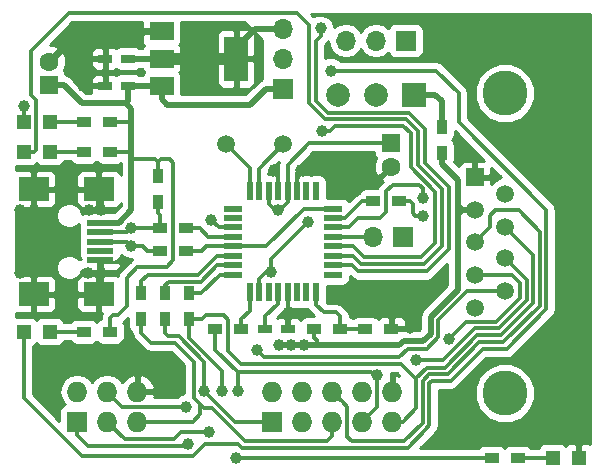
<source format=gtl>
G04 #@! TF.GenerationSoftware,KiCad,Pcbnew,(2017-05-12 revision b823d0b78)-makepkg*
G04 #@! TF.CreationDate,2017-05-13T13:58:34+02:00*
G04 #@! TF.ProjectId,avrIspMk2Clone,6176724973704D6B32436C6F6E652E6B,1.0*
G04 #@! TF.FileFunction,Copper,L1,Top,Signal*
G04 #@! TF.FilePolarity,Positive*
%FSLAX46Y46*%
G04 Gerber Fmt 4.6, Leading zero omitted, Abs format (unit mm)*
G04 Created by KiCad (PCBNEW (2017-05-12 revision b823d0b78)-makepkg) date 05/13/17 13:58:34*
%MOMM*%
%LPD*%
G01*
G04 APERTURE LIST*
%ADD10C,0.100000*%
%ADD11O,1.700000X1.700000*%
%ADD12R,1.700000X1.700000*%
%ADD13O,1.727200X1.727200*%
%ADD14R,1.727200X1.727200*%
%ADD15C,1.500000*%
%ADD16R,1.600000X1.600000*%
%ADD17C,1.600000*%
%ADD18R,1.200000X1.200000*%
%ADD19R,1.600000X0.550000*%
%ADD20R,0.550000X1.600000*%
%ADD21C,3.810000*%
%ADD22R,1.520000X1.520000*%
%ADD23C,1.520000*%
%ADD24R,2.500000X2.000000*%
%ADD25R,2.300000X0.500000*%
%ADD26R,2.000000X3.800000*%
%ADD27R,2.000000X1.500000*%
%ADD28C,2.000000*%
%ADD29R,2.000000X2.000000*%
%ADD30R,1.200000X0.750000*%
%ADD31R,0.900000X1.200000*%
%ADD32R,1.200000X0.900000*%
%ADD33C,0.800000*%
%ADD34C,1.000000*%
%ADD35C,0.300000*%
%ADD36C,0.500000*%
%ADD37C,1.000000*%
%ADD38C,0.254000*%
G04 APERTURE END LIST*
D10*
D11*
X110908000Y-104600000D03*
D12*
X113448000Y-104600000D03*
D13*
X90969000Y-117700000D03*
X90969000Y-120240000D03*
X88429000Y-117700000D03*
X88429000Y-120240000D03*
X85889000Y-117700000D03*
D14*
X85889000Y-120240000D03*
D15*
X98462000Y-96774000D03*
X103342000Y-96774000D03*
D16*
X83476000Y-91760000D03*
D17*
X83476000Y-89760000D03*
D16*
X112432000Y-96650000D03*
D17*
X112432000Y-98650000D03*
D18*
X83560000Y-112620000D03*
X81360000Y-112620000D03*
X81360000Y-97380000D03*
X83560000Y-97380000D03*
X83560000Y-94840000D03*
X81360000Y-94840000D03*
X128348000Y-123288000D03*
X126148000Y-123288000D03*
D19*
X107538000Y-102200000D03*
X107538000Y-103000000D03*
X107538000Y-103800000D03*
X107538000Y-104600000D03*
X107538000Y-105400000D03*
X107538000Y-106200000D03*
X107538000Y-107000000D03*
X107538000Y-107800000D03*
D20*
X106088000Y-109250000D03*
X105288000Y-109250000D03*
X104488000Y-109250000D03*
X103688000Y-109250000D03*
X102888000Y-109250000D03*
X102088000Y-109250000D03*
X101288000Y-109250000D03*
X100488000Y-109250000D03*
D19*
X99038000Y-107800000D03*
X99038000Y-107000000D03*
X99038000Y-106200000D03*
X99038000Y-105400000D03*
X99038000Y-104600000D03*
X99038000Y-103800000D03*
X99038000Y-103000000D03*
X99038000Y-102200000D03*
D20*
X100488000Y-100750000D03*
X101288000Y-100750000D03*
X102088000Y-100750000D03*
X102888000Y-100750000D03*
X103688000Y-100750000D03*
X104488000Y-100750000D03*
X105288000Y-100750000D03*
X106088000Y-100750000D03*
D21*
X122084000Y-117830000D03*
X122084000Y-92430000D03*
D22*
X119544000Y-99540000D03*
D23*
X119544000Y-102330000D03*
X119544000Y-105000000D03*
X119544000Y-107800000D03*
X119544000Y-110590000D03*
X122084000Y-100940000D03*
X122084000Y-103730000D03*
X122084000Y-106400000D03*
X122084000Y-109190000D03*
D24*
X82200000Y-109450000D03*
X87700000Y-109450000D03*
X82200000Y-100550000D03*
X87700000Y-100550000D03*
D25*
X87800000Y-106600000D03*
X87800000Y-105800000D03*
X87800000Y-105000000D03*
X87800000Y-104200000D03*
X87800000Y-103400000D03*
D14*
X102399000Y-120240000D03*
D13*
X102399000Y-117700000D03*
X104939000Y-120240000D03*
X104939000Y-117700000D03*
X107479000Y-120240000D03*
X107479000Y-117700000D03*
X110019000Y-120240000D03*
X110019000Y-117700000D03*
X112559000Y-120240000D03*
X112559000Y-117700000D03*
D26*
X99326000Y-89506000D03*
D27*
X93026000Y-89506000D03*
X93026000Y-91806000D03*
X93026000Y-87206000D03*
D11*
X108622000Y-87982000D03*
X111162000Y-87982000D03*
D12*
X113702000Y-87982000D03*
D28*
X107962000Y-92554000D03*
X111162000Y-92554000D03*
D29*
X114362000Y-92554000D03*
D30*
X88241000Y-91792000D03*
X90141000Y-91792000D03*
X90141000Y-89506000D03*
X88241000Y-89506000D03*
D11*
X103288000Y-86966000D03*
X103288000Y-89506000D03*
D12*
X103288000Y-92046000D03*
D31*
X92710000Y-101684000D03*
X92710000Y-99484000D03*
D32*
X92880000Y-103886000D03*
X95080000Y-103886000D03*
X95080000Y-105762000D03*
X92880000Y-105762000D03*
D31*
X116750000Y-97464000D03*
X116750000Y-95264000D03*
X91313000Y-111590000D03*
X91313000Y-109390000D03*
X93345000Y-109390000D03*
X93345000Y-111590000D03*
X95377000Y-111590000D03*
X95377000Y-109390000D03*
D32*
X97579000Y-112395000D03*
X99779000Y-112395000D03*
X110951000Y-101571000D03*
X113151000Y-101571000D03*
X108161000Y-112395000D03*
X105961000Y-112395000D03*
X112479000Y-112395000D03*
X110279000Y-112395000D03*
X88640000Y-112620000D03*
X86440000Y-112620000D03*
X86440000Y-97380000D03*
X88640000Y-97380000D03*
X88640000Y-94840000D03*
X86440000Y-94840000D03*
X123184000Y-123288000D03*
X120984000Y-123288000D03*
D30*
X103693000Y-112395000D03*
X101793000Y-112395000D03*
D33*
X114046000Y-112395000D03*
D34*
X104811998Y-98904000D03*
X102526000Y-98904000D03*
X103694400Y-111045200D03*
X128332400Y-121764000D03*
X86905000Y-102333000D03*
X86778000Y-107667000D03*
X86397000Y-91792000D03*
X86397000Y-89506000D03*
X87920990Y-107667000D03*
X87921000Y-102333000D03*
X81063000Y-102333000D03*
X82206000Y-102333000D03*
X81063000Y-107667000D03*
X82206000Y-107667000D03*
X105410000Y-103378000D03*
X102272000Y-107540000D03*
X102907000Y-102350002D03*
X90461000Y-105381000D03*
X90461000Y-103857000D03*
X107352000Y-90522000D03*
X106590000Y-95602000D03*
X106488400Y-86915200D03*
X81342400Y-93519200D03*
X115127843Y-101316639D03*
X101092000Y-114173000D03*
X97228752Y-103185248D03*
X114554000Y-115062004D03*
X97065000Y-121129000D03*
X99478000Y-117649200D03*
X111289000Y-116264000D03*
X95261600Y-122119600D03*
X98157200Y-117649200D03*
X95109201Y-118970000D03*
X96633200Y-117649200D03*
X117359600Y-113229600D03*
X115124400Y-102815600D03*
X99325600Y-123288002D03*
X105066000Y-113788398D03*
X103999200Y-113788400D03*
X102932400Y-113788398D03*
D35*
X93726000Y-98044000D02*
X92964000Y-98044000D01*
X92964000Y-98044000D02*
X92710000Y-98298000D01*
X94017000Y-98335000D02*
X93726000Y-98044000D01*
X94017000Y-106585002D02*
X94017000Y-98335000D01*
X88640000Y-111512000D02*
X88640000Y-112620000D01*
X88640000Y-94840000D02*
X89540000Y-94840000D01*
X89540000Y-94840000D02*
X90461000Y-94840000D01*
X88640000Y-97380000D02*
X89540000Y-97380000D01*
X89540000Y-97380000D02*
X90461000Y-97380000D01*
D36*
X90461000Y-99666000D02*
X90461000Y-98044000D01*
X90461000Y-98044000D02*
X90461000Y-97380000D01*
D35*
X92710000Y-98298000D02*
X92456000Y-98044000D01*
X92456000Y-98044000D02*
X90461000Y-98044000D01*
X92710000Y-99484000D02*
X92710000Y-98298000D01*
X88900000Y-111252000D02*
X88640000Y-111512000D01*
X90964998Y-107159000D02*
X93443002Y-107159000D01*
X90080000Y-108043998D02*
X90964998Y-107159000D01*
X90080000Y-110480000D02*
X90080000Y-108043998D01*
X93443002Y-107159000D02*
X94017000Y-106585002D01*
X90080000Y-110480000D02*
X89308000Y-111252000D01*
X89308000Y-111252000D02*
X88900000Y-111252000D01*
D36*
X89978400Y-93265200D02*
X90141000Y-93102600D01*
X90141000Y-93102600D02*
X90141000Y-91792000D01*
X90141000Y-91792000D02*
X93012000Y-91792000D01*
X93012000Y-91792000D02*
X93026000Y-91806000D01*
X103288000Y-92046000D02*
X101891000Y-92046000D01*
X101891000Y-92046000D02*
X100519400Y-93417600D01*
X100519400Y-93417600D02*
X93483600Y-93417600D01*
X93026000Y-92960000D02*
X93026000Y-91806000D01*
X93483600Y-93417600D02*
X93026000Y-92960000D01*
X90461000Y-93747800D02*
X90461000Y-94840000D01*
X90461000Y-94840000D02*
X90461000Y-95621000D01*
X89978400Y-93265200D02*
X90461000Y-93747800D01*
X86281200Y-93265200D02*
X89978400Y-93265200D01*
X84776000Y-91760000D02*
X86281200Y-93265200D01*
X83476000Y-91760000D02*
X84776000Y-91760000D01*
X90461000Y-102333000D02*
X90461000Y-99666000D01*
X90461000Y-97380000D02*
X90461000Y-96110000D01*
X90461000Y-96110000D02*
X90461000Y-95621000D01*
D35*
X90334000Y-96237000D02*
X90461000Y-96110000D01*
D36*
X87800000Y-103400000D02*
X89394000Y-103400000D01*
X89394000Y-103400000D02*
X90461000Y-102333000D01*
X90455000Y-91806000D02*
X90441000Y-91792000D01*
D35*
X112479000Y-112395000D02*
X114046000Y-112395000D01*
D36*
X93026000Y-87206000D02*
X86030000Y-87206000D01*
X86030000Y-87206000D02*
X83476000Y-89760000D01*
X88241000Y-89506000D02*
X86397000Y-89506000D01*
X88241000Y-91792000D02*
X86397000Y-91792000D01*
D35*
X128332400Y-121764000D02*
X128332400Y-123272400D01*
X128332400Y-123272400D02*
X128348000Y-123288000D01*
X104488000Y-99227998D02*
X104811998Y-98904000D01*
X104488000Y-100750000D02*
X104488000Y-99227998D01*
X102888000Y-99266000D02*
X102526000Y-98904000D01*
X102888000Y-100750000D02*
X102888000Y-99266000D01*
X103688000Y-109250000D02*
X103688000Y-111038800D01*
X103688000Y-111038800D02*
X103694400Y-111045200D01*
D36*
X87921000Y-102333000D02*
X86905000Y-102333000D01*
X87920990Y-107667000D02*
X86778000Y-107667000D01*
X87920990Y-107667000D02*
X87920990Y-106720990D01*
X87920990Y-106720990D02*
X87800000Y-106600000D01*
X87920990Y-107667000D02*
X87920990Y-109229010D01*
X87920990Y-109229010D02*
X87700000Y-109450000D01*
X87921000Y-102333000D02*
X87921000Y-100771000D01*
X87921000Y-100771000D02*
X87700000Y-100550000D01*
X81063000Y-107667000D02*
X82206000Y-107667000D01*
X82206000Y-102333000D02*
X81063000Y-102333000D01*
X82200000Y-100550000D02*
X82200000Y-102327000D01*
X82200000Y-102327000D02*
X82206000Y-102333000D01*
X82200000Y-109450000D02*
X82200000Y-107673000D01*
X82200000Y-107673000D02*
X82206000Y-107667000D01*
X90141000Y-89506000D02*
X93026000Y-89506000D01*
D37*
X95109200Y-89506000D02*
X99326000Y-89506000D01*
X93026000Y-89506000D02*
X95109200Y-89506000D01*
D36*
X103288000Y-86966000D02*
X100966000Y-86966000D01*
X100966000Y-86966000D02*
X99326000Y-88606000D01*
X99326000Y-88606000D02*
X99326000Y-89506000D01*
D35*
X107538000Y-104600000D02*
X110908000Y-104600000D01*
X104910001Y-103877999D02*
X105410000Y-103378000D01*
X102272000Y-106516000D02*
X104910001Y-103877999D01*
X102272000Y-107540000D02*
X102272000Y-106516000D01*
X103688000Y-100750000D02*
X103688000Y-98504000D01*
X103688000Y-98504000D02*
X105542000Y-96650000D01*
X105542000Y-96650000D02*
X111332000Y-96650000D01*
X111332000Y-96650000D02*
X112432000Y-96650000D01*
X101898000Y-107540000D02*
X102272000Y-107540000D01*
X101288000Y-109250000D02*
X101288000Y-108150000D01*
X101288000Y-108150000D02*
X101898000Y-107540000D01*
X103688000Y-101669996D02*
X103688000Y-100750000D01*
X102907000Y-102350002D02*
X103007994Y-102350002D01*
X103007994Y-102350002D02*
X103688000Y-101669996D01*
X102585998Y-102333000D02*
X102889998Y-102333000D01*
X102889998Y-102333000D02*
X102907000Y-102350002D01*
X102088000Y-100750000D02*
X102088000Y-101835002D01*
X102088000Y-101835002D02*
X102585998Y-102333000D01*
X101288000Y-98828000D02*
X103342000Y-96774000D01*
X101288000Y-100750000D02*
X101288000Y-98828000D01*
X100488000Y-98800000D02*
X98462000Y-96774000D01*
X100488000Y-100750000D02*
X100488000Y-98800000D01*
X92880000Y-105762000D02*
X91792000Y-105762000D01*
X91411000Y-105381000D02*
X90461000Y-105381000D01*
X91792000Y-105762000D02*
X91411000Y-105381000D01*
X87800000Y-105000000D02*
X90080000Y-105000000D01*
X90080000Y-105000000D02*
X90461000Y-105381000D01*
X92880000Y-103886000D02*
X92880000Y-102754000D01*
X92880000Y-102754000D02*
X92710000Y-102584000D01*
X92710000Y-102584000D02*
X92710000Y-101684000D01*
X92880000Y-103886000D02*
X90490000Y-103886000D01*
X90490000Y-103886000D02*
X90461000Y-103857000D01*
X87800000Y-104200000D02*
X90118000Y-104200000D01*
X90118000Y-104200000D02*
X90461000Y-103857000D01*
X86440000Y-112620000D02*
X83560000Y-112620000D01*
X115691020Y-120565341D02*
X115691020Y-117012640D01*
X115429201Y-120827160D02*
X115691020Y-120565341D01*
X96684000Y-122145000D02*
X99514600Y-122145000D01*
X99514600Y-122145000D02*
X99810610Y-122441010D01*
X81360000Y-112620000D02*
X81360000Y-118248202D01*
X95668000Y-123161000D02*
X96684000Y-122145000D01*
X99810610Y-122441010D02*
X113888591Y-122441010D01*
X113888591Y-122441010D02*
X115429201Y-120900400D01*
X115429201Y-120900400D02*
X115429201Y-120827160D01*
X86272798Y-123161000D02*
X95668000Y-123161000D01*
X81360000Y-118248202D02*
X86272798Y-123161000D01*
X107538000Y-105400000D02*
X109245886Y-105400000D01*
X109245886Y-105400000D02*
X110166686Y-106320800D01*
X114972000Y-106320800D02*
X116191200Y-105101600D01*
X110166686Y-106320800D02*
X114972000Y-106320800D01*
X125604844Y-110724757D02*
X125604844Y-102323244D01*
X115691020Y-117012640D02*
X115926851Y-116776809D01*
X118172400Y-92401600D02*
X116292800Y-90522000D01*
X125604844Y-102323244D02*
X118172400Y-94890800D01*
X120204400Y-114093200D02*
X122236401Y-114093200D01*
X115926851Y-116776809D02*
X117520791Y-116776809D01*
X117520791Y-116776809D02*
X120204400Y-114093200D01*
X122236401Y-114093200D02*
X125604844Y-110724757D01*
X118172400Y-94890800D02*
X118172400Y-92401600D01*
X116292800Y-90522000D02*
X108059106Y-90522000D01*
X108059106Y-90522000D02*
X107352000Y-90522000D01*
X107721084Y-95178022D02*
X107297106Y-95602000D01*
X116191200Y-105101600D02*
X116191200Y-100767767D01*
X107297106Y-95602000D02*
X106590000Y-95602000D01*
X116191200Y-100767767D02*
X114127578Y-98704145D01*
X114127578Y-98704145D02*
X114127578Y-95805242D01*
X114127578Y-95805242D02*
X113500358Y-95178022D01*
X113500358Y-95178022D02*
X107721084Y-95178022D01*
X82260000Y-97380000D02*
X81360000Y-97380000D01*
X104479986Y-85652390D02*
X85145210Y-85652390D01*
X113728179Y-94628011D02*
X106870178Y-94628011D01*
X81952000Y-92552000D02*
X82410001Y-93010001D01*
X82410001Y-97229999D02*
X82260000Y-97380000D01*
X82410001Y-93010001D02*
X82410001Y-97229999D01*
X81952000Y-88845600D02*
X81952000Y-92552000D01*
X85145210Y-85652390D02*
X81952000Y-88845600D01*
X105531989Y-86704393D02*
X104479986Y-85652390D01*
X116791211Y-105350132D02*
X116791211Y-100589945D01*
X106870178Y-94628011D02*
X105531989Y-93289822D01*
X114727589Y-98526323D02*
X114727589Y-95627421D01*
X114727589Y-95627421D02*
X113728179Y-94628011D01*
X105531989Y-93289822D02*
X105531989Y-86704393D01*
X116791211Y-100589945D02*
X114727589Y-98526323D01*
X107538000Y-106200000D02*
X109197342Y-106200000D01*
X115220532Y-106920811D02*
X116791211Y-105350132D01*
X109918154Y-106920811D02*
X115220532Y-106920811D01*
X109197342Y-106200000D02*
X109918154Y-106920811D01*
X86440000Y-97380000D02*
X83560000Y-97380000D01*
X86440000Y-94840000D02*
X83560000Y-94840000D01*
X117391222Y-105598664D02*
X117391222Y-100412123D01*
X109148800Y-107000000D02*
X109669622Y-107520822D01*
X106082000Y-88028706D02*
X106488400Y-87622306D01*
X115327600Y-95449600D02*
X113956000Y-94078000D01*
X117391222Y-100412123D02*
X115327600Y-98348501D01*
X107538000Y-107000000D02*
X109148800Y-107000000D01*
X106082000Y-93062000D02*
X106082000Y-88028706D01*
X109669622Y-107520822D02*
X115469064Y-107520822D01*
X115469064Y-107520822D02*
X117391222Y-105598664D01*
X115327600Y-98348501D02*
X115327600Y-95449600D01*
X113956000Y-94078000D02*
X107098000Y-94078000D01*
X107098000Y-94078000D02*
X106082000Y-93062000D01*
X106488400Y-87622306D02*
X106488400Y-86915200D01*
X81360000Y-94840000D02*
X81360000Y-93536800D01*
X81360000Y-93536800D02*
X81342400Y-93519200D01*
X123184000Y-123288000D02*
X126148000Y-123288000D01*
X96784000Y-105400000D02*
X96422000Y-105762000D01*
X96422000Y-105762000D02*
X95080000Y-105762000D01*
X99038000Y-105400000D02*
X96784000Y-105400000D01*
X99038000Y-105400000D02*
X101872000Y-105400000D01*
X101872000Y-105400000D02*
X105072000Y-102200000D01*
X105072000Y-102200000D02*
X107538000Y-102200000D01*
X110951000Y-101571000D02*
X110011000Y-101571000D01*
X110011000Y-101571000D02*
X108582000Y-103000000D01*
X108582000Y-103000000D02*
X107538000Y-103000000D01*
X107538000Y-103800000D02*
X108856800Y-103800000D01*
X109688800Y-102968000D02*
X111514002Y-102968000D01*
X108856800Y-103800000D02*
X109688800Y-102968000D01*
X111514002Y-102968000D02*
X112025600Y-102456402D01*
X112025600Y-102456402D02*
X112025600Y-100736398D01*
X112025600Y-100736398D02*
X112587998Y-100174000D01*
X112587998Y-100174000D02*
X114819600Y-100174000D01*
X114819600Y-100174000D02*
X115127843Y-100482243D01*
X115127843Y-100482243D02*
X115127843Y-101316639D01*
X119544000Y-105000000D02*
X120814000Y-103730000D01*
X120814000Y-103730000D02*
X120814000Y-102815600D01*
X120814000Y-102815600D02*
X121271200Y-102358400D01*
X121271200Y-102358400D02*
X123252400Y-102358400D01*
X108749000Y-121510000D02*
X108749000Y-118970000D01*
X123252400Y-102358400D02*
X125054833Y-104160833D01*
X121935341Y-113543189D02*
X119933670Y-113543189D01*
X125054833Y-104160833D02*
X125054833Y-110423697D01*
X125054833Y-110423697D02*
X121935341Y-113543189D01*
X117250061Y-116226798D02*
X115699029Y-116226798D01*
X119933670Y-113543189D02*
X117250061Y-116226798D01*
X115699029Y-116226798D02*
X115141009Y-116784818D01*
X115141009Y-116784818D02*
X115141009Y-120337520D01*
X115141009Y-120337520D02*
X113587531Y-121890999D01*
X113587531Y-121890999D02*
X109129999Y-121890999D01*
X109129999Y-121890999D02*
X108749000Y-121510000D01*
X108749000Y-118970000D02*
X108342599Y-118563599D01*
X108342599Y-118563599D02*
X107479000Y-117700000D01*
X100488000Y-110840000D02*
X99779000Y-111549000D01*
X99779000Y-111549000D02*
X99779000Y-112395000D01*
X100488000Y-109250000D02*
X100488000Y-110840000D01*
X96127000Y-109390000D02*
X95377000Y-109390000D01*
X96348000Y-109390000D02*
X96127000Y-109390000D01*
X97938000Y-107800000D02*
X96348000Y-109390000D01*
X99038000Y-107800000D02*
X97938000Y-107800000D01*
X93345000Y-108712000D02*
X93345000Y-109390000D01*
X96334001Y-108389999D02*
X93667001Y-108389999D01*
X93667001Y-108389999D02*
X93345000Y-108712000D01*
X97724000Y-107000000D02*
X96334001Y-108389999D01*
X99038000Y-107000000D02*
X97724000Y-107000000D01*
X91313000Y-108331000D02*
X91313000Y-109390000D01*
X99038000Y-106200000D02*
X97746169Y-106200000D01*
X96135181Y-107810989D02*
X91833011Y-107810989D01*
X97746169Y-106200000D02*
X96135181Y-107810989D01*
X91833011Y-107810989D02*
X91313000Y-108331000D01*
X96980000Y-104600000D02*
X96266000Y-103886000D01*
X96266000Y-103886000D02*
X95080000Y-103886000D01*
X99038000Y-104600000D02*
X96980000Y-104600000D01*
X101718999Y-114799999D02*
X101591999Y-114672999D01*
X113165001Y-114799999D02*
X101718999Y-114799999D01*
X113903989Y-114061011D02*
X113165001Y-114799999D01*
X115466243Y-114061011D02*
X113903989Y-114061011D01*
X116459598Y-111645256D02*
X116459597Y-113067657D01*
X122084000Y-109190000D02*
X118914854Y-109190000D01*
X101591999Y-114672999D02*
X101092000Y-114173000D01*
X116459597Y-113067657D02*
X115466243Y-114061011D01*
X118914854Y-109190000D02*
X116459598Y-111645256D01*
X99038000Y-103800000D02*
X97843504Y-103800000D01*
X97843504Y-103800000D02*
X97228752Y-103185248D01*
X115261106Y-115062004D02*
X114554000Y-115062004D01*
X116859198Y-115062004D02*
X115261106Y-115062004D01*
X121600620Y-112322243D02*
X119598959Y-112322243D01*
X119598959Y-112322243D02*
X116859198Y-115062004D01*
X123954811Y-109968052D02*
X121600620Y-112322243D01*
X123954811Y-108270811D02*
X123954811Y-109968052D01*
X122084000Y-106400000D02*
X123954811Y-108270811D01*
X99478000Y-116049000D02*
X97579000Y-114150000D01*
X97579000Y-114150000D02*
X97579000Y-112395000D01*
X111289000Y-116264000D02*
X110996000Y-116264000D01*
X110996000Y-116264000D02*
X110781000Y-116049000D01*
X110781000Y-116049000D02*
X107987000Y-116049000D01*
X94652000Y-121129000D02*
X96357894Y-121129000D01*
X89910989Y-121721989D02*
X94059011Y-121721989D01*
X96357894Y-121129000D02*
X97065000Y-121129000D01*
X94059011Y-121721989D02*
X94652000Y-121129000D01*
X88429000Y-120240000D02*
X89910989Y-121721989D01*
X99478000Y-116049000D02*
X99478000Y-117649200D01*
X99478000Y-116049000D02*
X107987000Y-116049000D01*
X110019000Y-120240000D02*
X111289000Y-118970000D01*
X111289000Y-118970000D02*
X111289000Y-116264000D01*
X96436000Y-111590000D02*
X96127000Y-111590000D01*
X96127000Y-111590000D02*
X95377000Y-111590000D01*
X99742999Y-115363999D02*
X98679000Y-114300000D01*
X114591000Y-116557000D02*
X114462996Y-116557000D01*
X98679000Y-111633000D02*
X98298000Y-111252000D01*
X98679000Y-114300000D02*
X98679000Y-111633000D01*
X114462996Y-116557000D02*
X113269995Y-115363999D01*
X113269995Y-115363999D02*
X99742999Y-115363999D01*
X96774000Y-111252000D02*
X96436000Y-111590000D01*
X98298000Y-111252000D02*
X96774000Y-111252000D01*
X95377000Y-113141168D02*
X95377000Y-112490000D01*
X98157200Y-115921368D02*
X95377000Y-113141168D01*
X98157200Y-117649200D02*
X98157200Y-115921368D01*
X95377000Y-112490000D02*
X95377000Y-111590000D01*
X113448000Y-120240000D02*
X112559000Y-120240000D01*
X114591000Y-119097000D02*
X113448000Y-120240000D01*
X114591000Y-116557000D02*
X114591000Y-119097000D01*
X119749278Y-112949751D02*
X117022240Y-115676789D01*
X122084000Y-103730000D02*
X124504822Y-106150822D01*
X124504822Y-106150822D02*
X124504822Y-110195877D01*
X124504822Y-110195877D02*
X121750948Y-112949751D01*
X121750948Y-112949751D02*
X119749278Y-112949751D01*
X117022240Y-115676789D02*
X115471211Y-115676789D01*
X115471211Y-115676789D02*
X114591000Y-116557000D01*
X95109200Y-122272000D02*
X95261600Y-122119600D01*
X85889000Y-120240000D02*
X85889000Y-121403600D01*
X86757400Y-122272000D02*
X95109200Y-122272000D01*
X85889000Y-121403600D02*
X86757400Y-122272000D01*
X94488000Y-113030000D02*
X93599000Y-113030000D01*
X93345000Y-112776000D02*
X93345000Y-111590000D01*
X96633200Y-117649200D02*
X96633200Y-115175200D01*
X96633200Y-115175200D02*
X94488000Y-113030000D01*
X93599000Y-113030000D02*
X93345000Y-112776000D01*
X94402095Y-118970000D02*
X95109201Y-118970000D01*
X89699000Y-118970000D02*
X94402095Y-118970000D01*
X88429000Y-117700000D02*
X89699000Y-118970000D01*
X99224000Y-120240000D02*
X97133199Y-118149199D01*
X97133199Y-118149199D02*
X96633200Y-117649200D01*
X102399000Y-120240000D02*
X99224000Y-120240000D01*
X96303000Y-118792200D02*
X95733199Y-118222399D01*
X95733199Y-118222399D02*
X95733199Y-115164199D01*
X94149010Y-113580010D02*
X92117010Y-113580010D01*
X95733199Y-115164199D02*
X94149010Y-113580010D01*
X92117010Y-113580010D02*
X91313000Y-112776000D01*
X91313000Y-112776000D02*
X91313000Y-111590000D01*
X96303000Y-118792200D02*
X96607800Y-119097000D01*
X96607800Y-119097000D02*
X97303170Y-119097000D01*
X100097170Y-121891000D02*
X107049314Y-121891000D01*
X107049314Y-121891000D02*
X107479000Y-121461314D01*
X97303170Y-119097000D02*
X100097170Y-121891000D01*
X107479000Y-121461314D02*
X107479000Y-120240000D01*
X96303000Y-118792200D02*
X96303000Y-119605000D01*
X96303000Y-119605000D02*
X95668000Y-120240000D01*
X95668000Y-120240000D02*
X90969000Y-120240000D01*
X113151000Y-101571000D02*
X114051000Y-101571000D01*
X114051000Y-101571000D02*
X114300000Y-101820000D01*
X114300000Y-101820000D02*
X114300000Y-102616000D01*
X114300000Y-102616000D02*
X114499600Y-102815600D01*
X114499600Y-102815600D02*
X115124400Y-102815600D01*
X123404800Y-109740233D02*
X121372800Y-111772233D01*
X121372800Y-111772233D02*
X118816967Y-111772233D01*
X118816967Y-111772233D02*
X117359600Y-113229600D01*
X122699600Y-107800000D02*
X123404800Y-108505200D01*
X123404800Y-108505200D02*
X123404800Y-109740233D01*
X119544000Y-107800000D02*
X122699600Y-107800000D01*
D36*
X118104802Y-102694396D02*
X118104802Y-109080798D01*
X118104802Y-109080798D02*
X115809587Y-111376013D01*
X115809587Y-111376013D02*
X115809587Y-112798413D01*
X115809587Y-112798413D02*
X115197000Y-113411000D01*
X115197000Y-113411000D02*
X113538000Y-113411000D01*
X113538000Y-113411000D02*
X113160602Y-113788398D01*
X113160602Y-113788398D02*
X106172000Y-113788398D01*
X106172000Y-113788398D02*
X105066000Y-113788398D01*
D35*
X105961000Y-112395000D02*
X105961000Y-113145000D01*
X105961000Y-113145000D02*
X106172000Y-113356000D01*
X106172000Y-113356000D02*
X106172000Y-113788398D01*
D36*
X118104802Y-101952000D02*
X118104802Y-99816802D01*
X118104802Y-99816802D02*
X116750000Y-98462000D01*
X116750000Y-98462000D02*
X116750000Y-97464000D01*
D35*
X120984000Y-123288000D02*
X99325602Y-123288000D01*
X99325602Y-123288000D02*
X99325600Y-123288002D01*
D36*
X105447002Y-113788398D02*
X105066000Y-113788398D01*
X105066000Y-113788398D02*
X103639506Y-113788398D01*
X103639506Y-113788398D02*
X102932400Y-113788398D01*
X118104802Y-101952000D02*
X118104802Y-102694396D01*
X118469198Y-102330000D02*
X118469198Y-102316396D01*
X118469198Y-102316396D02*
X118104802Y-101952000D01*
X119544000Y-102330000D02*
X118469198Y-102330000D01*
X118469198Y-102330000D02*
X118104802Y-102694396D01*
X114362000Y-92554000D02*
X116176000Y-92554000D01*
X116176000Y-92554000D02*
X116750000Y-93128000D01*
X116750000Y-93128000D02*
X116750000Y-95264000D01*
D35*
X107823000Y-110998000D02*
X108161000Y-111336000D01*
X108161000Y-111336000D02*
X108161000Y-112395000D01*
X106736000Y-110998000D02*
X107823000Y-110998000D01*
X106088000Y-109250000D02*
X106088000Y-110350000D01*
X106088000Y-110350000D02*
X106736000Y-110998000D01*
X108161000Y-112395000D02*
X110279000Y-112395000D01*
X102888000Y-109250000D02*
X102888000Y-110245002D01*
X102888000Y-110245002D02*
X101793000Y-111340002D01*
X101793000Y-111340002D02*
X101793000Y-111720000D01*
X101793000Y-111720000D02*
X101793000Y-112395000D01*
D38*
G36*
X129290000Y-122142342D02*
X129074309Y-122053000D01*
X128633750Y-122053000D01*
X128475000Y-122211750D01*
X128475000Y-123161000D01*
X128495000Y-123161000D01*
X128495000Y-123415000D01*
X128475000Y-123415000D01*
X128475000Y-123435000D01*
X128221000Y-123435000D01*
X128221000Y-123415000D01*
X128201000Y-123415000D01*
X128201000Y-123161000D01*
X128221000Y-123161000D01*
X128221000Y-122211750D01*
X128062250Y-122053000D01*
X127621691Y-122053000D01*
X127388302Y-122149673D01*
X127246654Y-122291320D01*
X127205809Y-122230191D01*
X126995765Y-122089843D01*
X126748000Y-122040560D01*
X125548000Y-122040560D01*
X125300235Y-122089843D01*
X125090191Y-122230191D01*
X124949843Y-122440235D01*
X124937358Y-122503000D01*
X124323868Y-122503000D01*
X124241809Y-122380191D01*
X124031765Y-122239843D01*
X123784000Y-122190560D01*
X122584000Y-122190560D01*
X122336235Y-122239843D01*
X122126191Y-122380191D01*
X122084000Y-122443334D01*
X122041809Y-122380191D01*
X121831765Y-122239843D01*
X121584000Y-122190560D01*
X120384000Y-122190560D01*
X120136235Y-122239843D01*
X119926191Y-122380191D01*
X119844132Y-122503000D01*
X114936759Y-122503000D01*
X115984280Y-121455479D01*
X116131758Y-121234761D01*
X116246099Y-121120420D01*
X116416265Y-120865748D01*
X116476020Y-120565341D01*
X116476020Y-118333021D01*
X119543560Y-118333021D01*
X119929437Y-119266915D01*
X120643327Y-119982052D01*
X121576546Y-120369559D01*
X122587021Y-120370440D01*
X123520915Y-119984563D01*
X124236052Y-119270673D01*
X124623559Y-118337454D01*
X124624440Y-117326979D01*
X124238563Y-116393085D01*
X123524673Y-115677948D01*
X122591454Y-115290441D01*
X121580979Y-115289560D01*
X120647085Y-115675437D01*
X119931948Y-116389327D01*
X119544441Y-117322546D01*
X119543560Y-118333021D01*
X116476020Y-118333021D01*
X116476020Y-117561809D01*
X117520791Y-117561809D01*
X117821198Y-117502054D01*
X118075870Y-117331888D01*
X120529558Y-114878200D01*
X122236401Y-114878200D01*
X122536808Y-114818445D01*
X122791480Y-114648279D01*
X126159923Y-111279836D01*
X126330089Y-111025163D01*
X126389844Y-110724757D01*
X126389844Y-102323244D01*
X126362265Y-102184595D01*
X126330089Y-102022837D01*
X126159923Y-101768165D01*
X118957400Y-94565642D01*
X118957400Y-92933021D01*
X119543560Y-92933021D01*
X119929437Y-93866915D01*
X120643327Y-94582052D01*
X121576546Y-94969559D01*
X122587021Y-94970440D01*
X123520915Y-94584563D01*
X124236052Y-93870673D01*
X124623559Y-92937454D01*
X124624440Y-91926979D01*
X124238563Y-90993085D01*
X123524673Y-90277948D01*
X122591454Y-89890441D01*
X121580979Y-89889560D01*
X120647085Y-90275437D01*
X119931948Y-90989327D01*
X119544441Y-91922546D01*
X119543560Y-92933021D01*
X118957400Y-92933021D01*
X118957400Y-92401600D01*
X118897645Y-92101194D01*
X118727479Y-91846521D01*
X116847879Y-89966921D01*
X116593207Y-89796755D01*
X116292800Y-89737000D01*
X108172102Y-89737000D01*
X107995765Y-89560355D01*
X107578756Y-89387197D01*
X107127225Y-89386803D01*
X106867000Y-89494326D01*
X106867000Y-88353864D01*
X107043479Y-88177385D01*
X107141036Y-88031381D01*
X107250039Y-88579378D01*
X107571946Y-89061147D01*
X108053715Y-89383054D01*
X108622000Y-89496093D01*
X109190285Y-89383054D01*
X109672054Y-89061147D01*
X109892000Y-88731974D01*
X110111946Y-89061147D01*
X110593715Y-89383054D01*
X111162000Y-89496093D01*
X111730285Y-89383054D01*
X112212054Y-89061147D01*
X112241403Y-89017223D01*
X112253843Y-89079765D01*
X112394191Y-89289809D01*
X112604235Y-89430157D01*
X112852000Y-89479440D01*
X114552000Y-89479440D01*
X114799765Y-89430157D01*
X115009809Y-89289809D01*
X115150157Y-89079765D01*
X115199440Y-88832000D01*
X115199440Y-87132000D01*
X115150157Y-86884235D01*
X115009809Y-86674191D01*
X114799765Y-86533843D01*
X114552000Y-86484560D01*
X112852000Y-86484560D01*
X112604235Y-86533843D01*
X112394191Y-86674191D01*
X112253843Y-86884235D01*
X112241403Y-86946777D01*
X112212054Y-86902853D01*
X111730285Y-86580946D01*
X111162000Y-86467907D01*
X110593715Y-86580946D01*
X110111946Y-86902853D01*
X109892000Y-87232026D01*
X109672054Y-86902853D01*
X109190285Y-86580946D01*
X108622000Y-86467907D01*
X108053715Y-86580946D01*
X107623442Y-86868445D01*
X107623597Y-86690425D01*
X107451167Y-86273114D01*
X107132165Y-85953555D01*
X106715156Y-85780397D01*
X106263625Y-85780003D01*
X105877359Y-85939605D01*
X105647754Y-85710000D01*
X129290000Y-85710000D01*
X129290000Y-122142342D01*
X129290000Y-122142342D01*
G37*
X129290000Y-122142342D02*
X129074309Y-122053000D01*
X128633750Y-122053000D01*
X128475000Y-122211750D01*
X128475000Y-123161000D01*
X128495000Y-123161000D01*
X128495000Y-123415000D01*
X128475000Y-123415000D01*
X128475000Y-123435000D01*
X128221000Y-123435000D01*
X128221000Y-123415000D01*
X128201000Y-123415000D01*
X128201000Y-123161000D01*
X128221000Y-123161000D01*
X128221000Y-122211750D01*
X128062250Y-122053000D01*
X127621691Y-122053000D01*
X127388302Y-122149673D01*
X127246654Y-122291320D01*
X127205809Y-122230191D01*
X126995765Y-122089843D01*
X126748000Y-122040560D01*
X125548000Y-122040560D01*
X125300235Y-122089843D01*
X125090191Y-122230191D01*
X124949843Y-122440235D01*
X124937358Y-122503000D01*
X124323868Y-122503000D01*
X124241809Y-122380191D01*
X124031765Y-122239843D01*
X123784000Y-122190560D01*
X122584000Y-122190560D01*
X122336235Y-122239843D01*
X122126191Y-122380191D01*
X122084000Y-122443334D01*
X122041809Y-122380191D01*
X121831765Y-122239843D01*
X121584000Y-122190560D01*
X120384000Y-122190560D01*
X120136235Y-122239843D01*
X119926191Y-122380191D01*
X119844132Y-122503000D01*
X114936759Y-122503000D01*
X115984280Y-121455479D01*
X116131758Y-121234761D01*
X116246099Y-121120420D01*
X116416265Y-120865748D01*
X116476020Y-120565341D01*
X116476020Y-118333021D01*
X119543560Y-118333021D01*
X119929437Y-119266915D01*
X120643327Y-119982052D01*
X121576546Y-120369559D01*
X122587021Y-120370440D01*
X123520915Y-119984563D01*
X124236052Y-119270673D01*
X124623559Y-118337454D01*
X124624440Y-117326979D01*
X124238563Y-116393085D01*
X123524673Y-115677948D01*
X122591454Y-115290441D01*
X121580979Y-115289560D01*
X120647085Y-115675437D01*
X119931948Y-116389327D01*
X119544441Y-117322546D01*
X119543560Y-118333021D01*
X116476020Y-118333021D01*
X116476020Y-117561809D01*
X117520791Y-117561809D01*
X117821198Y-117502054D01*
X118075870Y-117331888D01*
X120529558Y-114878200D01*
X122236401Y-114878200D01*
X122536808Y-114818445D01*
X122791480Y-114648279D01*
X126159923Y-111279836D01*
X126330089Y-111025163D01*
X126389844Y-110724757D01*
X126389844Y-102323244D01*
X126362265Y-102184595D01*
X126330089Y-102022837D01*
X126159923Y-101768165D01*
X118957400Y-94565642D01*
X118957400Y-92933021D01*
X119543560Y-92933021D01*
X119929437Y-93866915D01*
X120643327Y-94582052D01*
X121576546Y-94969559D01*
X122587021Y-94970440D01*
X123520915Y-94584563D01*
X124236052Y-93870673D01*
X124623559Y-92937454D01*
X124624440Y-91926979D01*
X124238563Y-90993085D01*
X123524673Y-90277948D01*
X122591454Y-89890441D01*
X121580979Y-89889560D01*
X120647085Y-90275437D01*
X119931948Y-90989327D01*
X119544441Y-91922546D01*
X119543560Y-92933021D01*
X118957400Y-92933021D01*
X118957400Y-92401600D01*
X118897645Y-92101194D01*
X118727479Y-91846521D01*
X116847879Y-89966921D01*
X116593207Y-89796755D01*
X116292800Y-89737000D01*
X108172102Y-89737000D01*
X107995765Y-89560355D01*
X107578756Y-89387197D01*
X107127225Y-89386803D01*
X106867000Y-89494326D01*
X106867000Y-88353864D01*
X107043479Y-88177385D01*
X107141036Y-88031381D01*
X107250039Y-88579378D01*
X107571946Y-89061147D01*
X108053715Y-89383054D01*
X108622000Y-89496093D01*
X109190285Y-89383054D01*
X109672054Y-89061147D01*
X109892000Y-88731974D01*
X110111946Y-89061147D01*
X110593715Y-89383054D01*
X111162000Y-89496093D01*
X111730285Y-89383054D01*
X112212054Y-89061147D01*
X112241403Y-89017223D01*
X112253843Y-89079765D01*
X112394191Y-89289809D01*
X112604235Y-89430157D01*
X112852000Y-89479440D01*
X114552000Y-89479440D01*
X114799765Y-89430157D01*
X115009809Y-89289809D01*
X115150157Y-89079765D01*
X115199440Y-88832000D01*
X115199440Y-87132000D01*
X115150157Y-86884235D01*
X115009809Y-86674191D01*
X114799765Y-86533843D01*
X114552000Y-86484560D01*
X112852000Y-86484560D01*
X112604235Y-86533843D01*
X112394191Y-86674191D01*
X112253843Y-86884235D01*
X112241403Y-86946777D01*
X112212054Y-86902853D01*
X111730285Y-86580946D01*
X111162000Y-86467907D01*
X110593715Y-86580946D01*
X110111946Y-86902853D01*
X109892000Y-87232026D01*
X109672054Y-86902853D01*
X109190285Y-86580946D01*
X108622000Y-86467907D01*
X108053715Y-86580946D01*
X107623442Y-86868445D01*
X107623597Y-86690425D01*
X107451167Y-86273114D01*
X107132165Y-85953555D01*
X106715156Y-85780397D01*
X106263625Y-85780003D01*
X105877359Y-85939605D01*
X105647754Y-85710000D01*
X129290000Y-85710000D01*
X129290000Y-122142342D01*
G36*
X90215560Y-112190000D02*
X90264843Y-112437765D01*
X90405191Y-112647809D01*
X90528000Y-112729868D01*
X90528000Y-112776000D01*
X90587755Y-113076407D01*
X90757921Y-113331079D01*
X91561931Y-114135089D01*
X91816604Y-114305255D01*
X92117010Y-114365010D01*
X93823852Y-114365010D01*
X94948199Y-115489357D01*
X94948199Y-117834859D01*
X94884426Y-117834803D01*
X94467115Y-118007233D01*
X94289038Y-118185000D01*
X92371781Y-118185000D01*
X92423958Y-118059026D01*
X92302817Y-117827000D01*
X91096000Y-117827000D01*
X91096000Y-117847000D01*
X90842000Y-117847000D01*
X90842000Y-117827000D01*
X90822000Y-117827000D01*
X90822000Y-117573000D01*
X90842000Y-117573000D01*
X90842000Y-116365531D01*
X91096000Y-116365531D01*
X91096000Y-117573000D01*
X92302817Y-117573000D01*
X92423958Y-117340974D01*
X92251688Y-116925053D01*
X91857490Y-116493179D01*
X91328027Y-116245032D01*
X91096000Y-116365531D01*
X90842000Y-116365531D01*
X90609973Y-116245032D01*
X90080510Y-116493179D01*
X89698992Y-116911161D01*
X89518029Y-116640330D01*
X89031848Y-116315474D01*
X88458359Y-116201400D01*
X88399641Y-116201400D01*
X87826152Y-116315474D01*
X87339971Y-116640330D01*
X87159000Y-116911172D01*
X86978029Y-116640330D01*
X86491848Y-116315474D01*
X85918359Y-116201400D01*
X85859641Y-116201400D01*
X85286152Y-116315474D01*
X84799971Y-116640330D01*
X84475115Y-117126511D01*
X84361041Y-117700000D01*
X84475115Y-118273489D01*
X84799971Y-118759670D01*
X84816267Y-118770559D01*
X84777635Y-118778243D01*
X84567591Y-118918591D01*
X84427243Y-119128635D01*
X84377960Y-119376400D01*
X84377960Y-120156004D01*
X82145000Y-117923044D01*
X82145000Y-113830642D01*
X82207765Y-113818157D01*
X82417809Y-113677809D01*
X82460000Y-113614666D01*
X82502191Y-113677809D01*
X82712235Y-113818157D01*
X82960000Y-113867440D01*
X84160000Y-113867440D01*
X84407765Y-113818157D01*
X84617809Y-113677809D01*
X84758157Y-113467765D01*
X84770642Y-113405000D01*
X85300132Y-113405000D01*
X85382191Y-113527809D01*
X85592235Y-113668157D01*
X85840000Y-113717440D01*
X87040000Y-113717440D01*
X87287765Y-113668157D01*
X87497809Y-113527809D01*
X87540000Y-113464666D01*
X87582191Y-113527809D01*
X87792235Y-113668157D01*
X88040000Y-113717440D01*
X89240000Y-113717440D01*
X89487765Y-113668157D01*
X89697809Y-113527809D01*
X89838157Y-113317765D01*
X89887440Y-113070000D01*
X89887440Y-112170000D01*
X89838157Y-111922235D01*
X89792654Y-111854135D01*
X89863079Y-111807079D01*
X90215560Y-111454598D01*
X90215560Y-112190000D01*
X90215560Y-112190000D01*
G37*
X90215560Y-112190000D02*
X90264843Y-112437765D01*
X90405191Y-112647809D01*
X90528000Y-112729868D01*
X90528000Y-112776000D01*
X90587755Y-113076407D01*
X90757921Y-113331079D01*
X91561931Y-114135089D01*
X91816604Y-114305255D01*
X92117010Y-114365010D01*
X93823852Y-114365010D01*
X94948199Y-115489357D01*
X94948199Y-117834859D01*
X94884426Y-117834803D01*
X94467115Y-118007233D01*
X94289038Y-118185000D01*
X92371781Y-118185000D01*
X92423958Y-118059026D01*
X92302817Y-117827000D01*
X91096000Y-117827000D01*
X91096000Y-117847000D01*
X90842000Y-117847000D01*
X90842000Y-117827000D01*
X90822000Y-117827000D01*
X90822000Y-117573000D01*
X90842000Y-117573000D01*
X90842000Y-116365531D01*
X91096000Y-116365531D01*
X91096000Y-117573000D01*
X92302817Y-117573000D01*
X92423958Y-117340974D01*
X92251688Y-116925053D01*
X91857490Y-116493179D01*
X91328027Y-116245032D01*
X91096000Y-116365531D01*
X90842000Y-116365531D01*
X90609973Y-116245032D01*
X90080510Y-116493179D01*
X89698992Y-116911161D01*
X89518029Y-116640330D01*
X89031848Y-116315474D01*
X88458359Y-116201400D01*
X88399641Y-116201400D01*
X87826152Y-116315474D01*
X87339971Y-116640330D01*
X87159000Y-116911172D01*
X86978029Y-116640330D01*
X86491848Y-116315474D01*
X85918359Y-116201400D01*
X85859641Y-116201400D01*
X85286152Y-116315474D01*
X84799971Y-116640330D01*
X84475115Y-117126511D01*
X84361041Y-117700000D01*
X84475115Y-118273489D01*
X84799971Y-118759670D01*
X84816267Y-118770559D01*
X84777635Y-118778243D01*
X84567591Y-118918591D01*
X84427243Y-119128635D01*
X84377960Y-119376400D01*
X84377960Y-120156004D01*
X82145000Y-117923044D01*
X82145000Y-113830642D01*
X82207765Y-113818157D01*
X82417809Y-113677809D01*
X82460000Y-113614666D01*
X82502191Y-113677809D01*
X82712235Y-113818157D01*
X82960000Y-113867440D01*
X84160000Y-113867440D01*
X84407765Y-113818157D01*
X84617809Y-113677809D01*
X84758157Y-113467765D01*
X84770642Y-113405000D01*
X85300132Y-113405000D01*
X85382191Y-113527809D01*
X85592235Y-113668157D01*
X85840000Y-113717440D01*
X87040000Y-113717440D01*
X87287765Y-113668157D01*
X87497809Y-113527809D01*
X87540000Y-113464666D01*
X87582191Y-113527809D01*
X87792235Y-113668157D01*
X88040000Y-113717440D01*
X89240000Y-113717440D01*
X89487765Y-113668157D01*
X89697809Y-113527809D01*
X89838157Y-113317765D01*
X89887440Y-113070000D01*
X89887440Y-112170000D01*
X89838157Y-111922235D01*
X89792654Y-111854135D01*
X89863079Y-111807079D01*
X90215560Y-111454598D01*
X90215560Y-112190000D01*
G36*
X110146000Y-117573000D02*
X110166000Y-117573000D01*
X110166000Y-117827000D01*
X110146000Y-117827000D01*
X110146000Y-117847000D01*
X109892000Y-117847000D01*
X109892000Y-117827000D01*
X109872000Y-117827000D01*
X109872000Y-117573000D01*
X109892000Y-117573000D01*
X109892000Y-117553000D01*
X110146000Y-117553000D01*
X110146000Y-117573000D01*
X110146000Y-117573000D01*
G37*
X110146000Y-117573000D02*
X110166000Y-117573000D01*
X110166000Y-117827000D01*
X110146000Y-117827000D01*
X110146000Y-117847000D01*
X109892000Y-117847000D01*
X109892000Y-117827000D01*
X109872000Y-117827000D01*
X109872000Y-117573000D01*
X109892000Y-117573000D01*
X109892000Y-117553000D01*
X110146000Y-117553000D01*
X110146000Y-117573000D01*
G36*
X113149229Y-116353391D02*
X112918027Y-116245032D01*
X112686000Y-116365531D01*
X112686000Y-117573000D01*
X112706000Y-117573000D01*
X112706000Y-117827000D01*
X112686000Y-117827000D01*
X112686000Y-117847000D01*
X112432000Y-117847000D01*
X112432000Y-117827000D01*
X112412000Y-117827000D01*
X112412000Y-117573000D01*
X112432000Y-117573000D01*
X112432000Y-116365531D01*
X112423916Y-116361333D01*
X112424101Y-116148999D01*
X112944837Y-116148999D01*
X113149229Y-116353391D01*
X113149229Y-116353391D01*
G37*
X113149229Y-116353391D02*
X112918027Y-116245032D01*
X112686000Y-116365531D01*
X112686000Y-117573000D01*
X112706000Y-117573000D01*
X112706000Y-117827000D01*
X112686000Y-117827000D01*
X112686000Y-117847000D01*
X112432000Y-117847000D01*
X112432000Y-117827000D01*
X112412000Y-117827000D01*
X112412000Y-117573000D01*
X112432000Y-117573000D01*
X112432000Y-116365531D01*
X112423916Y-116361333D01*
X112424101Y-116148999D01*
X112944837Y-116148999D01*
X113149229Y-116353391D01*
G36*
X103755191Y-110507809D02*
X103879862Y-110591112D01*
X103973750Y-110685000D01*
X104089310Y-110685000D01*
X104109148Y-110676783D01*
X104213000Y-110697440D01*
X104763000Y-110697440D01*
X104888000Y-110672576D01*
X105013000Y-110697440D01*
X105394181Y-110697440D01*
X105532921Y-110905079D01*
X105925402Y-111297560D01*
X105361000Y-111297560D01*
X105113235Y-111346843D01*
X104903191Y-111487191D01*
X104805068Y-111634042D01*
X104652698Y-111481673D01*
X104419309Y-111385000D01*
X103978750Y-111385000D01*
X103820000Y-111543750D01*
X103820000Y-112268000D01*
X103840000Y-112268000D01*
X103840000Y-112522000D01*
X103820000Y-112522000D01*
X103820000Y-112542000D01*
X103566000Y-112542000D01*
X103566000Y-112522000D01*
X103546000Y-112522000D01*
X103546000Y-112268000D01*
X103566000Y-112268000D01*
X103566000Y-111543750D01*
X103407250Y-111385000D01*
X102966691Y-111385000D01*
X102781417Y-111461743D01*
X103443079Y-110800081D01*
X103613245Y-110545408D01*
X103620711Y-110507875D01*
X103620809Y-110507809D01*
X103688000Y-110407251D01*
X103755191Y-110507809D01*
X103755191Y-110507809D01*
G37*
X103755191Y-110507809D02*
X103879862Y-110591112D01*
X103973750Y-110685000D01*
X104089310Y-110685000D01*
X104109148Y-110676783D01*
X104213000Y-110697440D01*
X104763000Y-110697440D01*
X104888000Y-110672576D01*
X105013000Y-110697440D01*
X105394181Y-110697440D01*
X105532921Y-110905079D01*
X105925402Y-111297560D01*
X105361000Y-111297560D01*
X105113235Y-111346843D01*
X104903191Y-111487191D01*
X104805068Y-111634042D01*
X104652698Y-111481673D01*
X104419309Y-111385000D01*
X103978750Y-111385000D01*
X103820000Y-111543750D01*
X103820000Y-112268000D01*
X103840000Y-112268000D01*
X103840000Y-112522000D01*
X103820000Y-112522000D01*
X103820000Y-112542000D01*
X103566000Y-112542000D01*
X103566000Y-112522000D01*
X103546000Y-112522000D01*
X103546000Y-112268000D01*
X103566000Y-112268000D01*
X103566000Y-111543750D01*
X103407250Y-111385000D01*
X102966691Y-111385000D01*
X102781417Y-111461743D01*
X103443079Y-110800081D01*
X103613245Y-110545408D01*
X103620711Y-110507875D01*
X103620809Y-110507809D01*
X103688000Y-110407251D01*
X103755191Y-110507809D01*
G36*
X117219802Y-108714219D02*
X115183797Y-110750223D01*
X114991954Y-111037338D01*
X114982473Y-111085000D01*
X114924586Y-111376013D01*
X114924587Y-111376018D01*
X114924587Y-112431834D01*
X114830420Y-112526000D01*
X113559250Y-112526000D01*
X113555250Y-112522000D01*
X112606000Y-112522000D01*
X112606000Y-112542000D01*
X112352000Y-112542000D01*
X112352000Y-112522000D01*
X112332000Y-112522000D01*
X112332000Y-112268000D01*
X112352000Y-112268000D01*
X112352000Y-111468750D01*
X112606000Y-111468750D01*
X112606000Y-112268000D01*
X113555250Y-112268000D01*
X113714000Y-112109250D01*
X113714000Y-111818690D01*
X113617327Y-111585301D01*
X113438698Y-111406673D01*
X113205309Y-111310000D01*
X112764750Y-111310000D01*
X112606000Y-111468750D01*
X112352000Y-111468750D01*
X112193250Y-111310000D01*
X111752691Y-111310000D01*
X111519302Y-111406673D01*
X111377654Y-111548320D01*
X111336809Y-111487191D01*
X111126765Y-111346843D01*
X110879000Y-111297560D01*
X109679000Y-111297560D01*
X109431235Y-111346843D01*
X109221191Y-111487191D01*
X109220000Y-111488973D01*
X109218809Y-111487191D01*
X109008765Y-111346843D01*
X108945660Y-111334291D01*
X108886245Y-111035593D01*
X108716079Y-110780921D01*
X108378079Y-110442921D01*
X108123407Y-110272755D01*
X107823000Y-110213000D01*
X107061158Y-110213000D01*
X106991811Y-110143653D01*
X107010440Y-110050000D01*
X107010440Y-108722440D01*
X108338000Y-108722440D01*
X108585765Y-108673157D01*
X108795809Y-108532809D01*
X108936157Y-108322765D01*
X108985440Y-108075000D01*
X108985440Y-107946797D01*
X109114541Y-108075898D01*
X109114543Y-108075901D01*
X109307445Y-108204793D01*
X109369216Y-108246067D01*
X109669622Y-108305823D01*
X109669627Y-108305822D01*
X115469064Y-108305822D01*
X115769471Y-108246067D01*
X116024143Y-108075901D01*
X117219802Y-106880242D01*
X117219802Y-108714219D01*
X117219802Y-108714219D01*
G37*
X117219802Y-108714219D02*
X115183797Y-110750223D01*
X114991954Y-111037338D01*
X114982473Y-111085000D01*
X114924586Y-111376013D01*
X114924587Y-111376018D01*
X114924587Y-112431834D01*
X114830420Y-112526000D01*
X113559250Y-112526000D01*
X113555250Y-112522000D01*
X112606000Y-112522000D01*
X112606000Y-112542000D01*
X112352000Y-112542000D01*
X112352000Y-112522000D01*
X112332000Y-112522000D01*
X112332000Y-112268000D01*
X112352000Y-112268000D01*
X112352000Y-111468750D01*
X112606000Y-111468750D01*
X112606000Y-112268000D01*
X113555250Y-112268000D01*
X113714000Y-112109250D01*
X113714000Y-111818690D01*
X113617327Y-111585301D01*
X113438698Y-111406673D01*
X113205309Y-111310000D01*
X112764750Y-111310000D01*
X112606000Y-111468750D01*
X112352000Y-111468750D01*
X112193250Y-111310000D01*
X111752691Y-111310000D01*
X111519302Y-111406673D01*
X111377654Y-111548320D01*
X111336809Y-111487191D01*
X111126765Y-111346843D01*
X110879000Y-111297560D01*
X109679000Y-111297560D01*
X109431235Y-111346843D01*
X109221191Y-111487191D01*
X109220000Y-111488973D01*
X109218809Y-111487191D01*
X109008765Y-111346843D01*
X108945660Y-111334291D01*
X108886245Y-111035593D01*
X108716079Y-110780921D01*
X108378079Y-110442921D01*
X108123407Y-110272755D01*
X107823000Y-110213000D01*
X107061158Y-110213000D01*
X106991811Y-110143653D01*
X107010440Y-110050000D01*
X107010440Y-108722440D01*
X108338000Y-108722440D01*
X108585765Y-108673157D01*
X108795809Y-108532809D01*
X108936157Y-108322765D01*
X108985440Y-108075000D01*
X108985440Y-107946797D01*
X109114541Y-108075898D01*
X109114543Y-108075901D01*
X109307445Y-108204793D01*
X109369216Y-108246067D01*
X109669622Y-108305823D01*
X109669627Y-108305822D01*
X115469064Y-108305822D01*
X115769471Y-108246067D01*
X116024143Y-108075901D01*
X117219802Y-106880242D01*
X117219802Y-108714219D01*
G36*
X85382191Y-98287809D02*
X85592235Y-98428157D01*
X85840000Y-98477440D01*
X87040000Y-98477440D01*
X87287765Y-98428157D01*
X87497809Y-98287809D01*
X87540000Y-98224666D01*
X87582191Y-98287809D01*
X87792235Y-98428157D01*
X88040000Y-98477440D01*
X89240000Y-98477440D01*
X89487765Y-98428157D01*
X89576000Y-98369200D01*
X89576000Y-99401962D01*
X89488327Y-99190301D01*
X89309698Y-99011673D01*
X89076309Y-98915000D01*
X87985750Y-98915000D01*
X87827000Y-99073750D01*
X87827000Y-100423000D01*
X87847000Y-100423000D01*
X87847000Y-100677000D01*
X87827000Y-100677000D01*
X87827000Y-102026250D01*
X87985750Y-102185000D01*
X89076309Y-102185000D01*
X89309698Y-102088327D01*
X89488327Y-101909699D01*
X89576000Y-101698038D01*
X89576000Y-101966421D01*
X89027420Y-102515000D01*
X89012541Y-102515000D01*
X88950000Y-102502560D01*
X86650000Y-102502560D01*
X86402235Y-102551843D01*
X86285149Y-102630078D01*
X86285188Y-102585127D01*
X86120354Y-102186200D01*
X85815405Y-101880718D01*
X85416767Y-101715189D01*
X84985127Y-101714812D01*
X84586200Y-101879646D01*
X84280718Y-102184595D01*
X84115189Y-102583233D01*
X84114812Y-103014873D01*
X84279646Y-103413800D01*
X84584595Y-103719282D01*
X84983233Y-103884811D01*
X85414873Y-103885188D01*
X85813800Y-103720354D01*
X86002560Y-103531923D01*
X86002560Y-103650000D01*
X86032397Y-103800000D01*
X86002560Y-103950000D01*
X86002560Y-104450000D01*
X86032397Y-104600000D01*
X86002560Y-104750000D01*
X86002560Y-105250000D01*
X86032397Y-105400000D01*
X86002560Y-105550000D01*
X86002560Y-106050000D01*
X86029936Y-106187631D01*
X86015000Y-106223690D01*
X86015000Y-106316250D01*
X86163258Y-106464508D01*
X86168931Y-106472998D01*
X86015000Y-106472998D01*
X86015000Y-106480662D01*
X85815405Y-106280718D01*
X85416767Y-106115189D01*
X84985127Y-106114812D01*
X84586200Y-106279646D01*
X84280718Y-106584595D01*
X84115189Y-106983233D01*
X84114812Y-107414873D01*
X84279646Y-107813800D01*
X84584595Y-108119282D01*
X84983233Y-108284811D01*
X85414873Y-108285188D01*
X85813800Y-108120354D01*
X86119282Y-107815405D01*
X86284811Y-107416767D01*
X86284841Y-107382866D01*
X86290302Y-107388327D01*
X86523691Y-107485000D01*
X87514250Y-107485000D01*
X87673000Y-107326250D01*
X87673000Y-106725000D01*
X87927000Y-106725000D01*
X87927000Y-107326250D01*
X88085750Y-107485000D01*
X89076309Y-107485000D01*
X89309698Y-107388327D01*
X89488327Y-107209699D01*
X89585000Y-106976310D01*
X89585000Y-106883750D01*
X89426250Y-106725000D01*
X87927000Y-106725000D01*
X87673000Y-106725000D01*
X87653000Y-106725000D01*
X87653000Y-106697440D01*
X88950000Y-106697440D01*
X89197765Y-106648157D01*
X89407809Y-106507809D01*
X89436742Y-106464508D01*
X89585000Y-106316250D01*
X89585000Y-106223690D01*
X89570064Y-106187631D01*
X89585421Y-106110426D01*
X89817235Y-106342645D01*
X90234244Y-106515803D01*
X90541396Y-106516071D01*
X90409919Y-106603921D01*
X89524921Y-107488919D01*
X89354755Y-107743591D01*
X89319393Y-107921368D01*
X89309698Y-107911673D01*
X89076309Y-107815000D01*
X87985750Y-107815000D01*
X87827000Y-107973750D01*
X87827000Y-109323000D01*
X87847000Y-109323000D01*
X87847000Y-109577000D01*
X87827000Y-109577000D01*
X87827000Y-110926250D01*
X87985750Y-111085000D01*
X87999342Y-111085000D01*
X87914755Y-111211593D01*
X87867332Y-111450002D01*
X87855000Y-111512000D01*
X87855000Y-111559358D01*
X87792235Y-111571843D01*
X87582191Y-111712191D01*
X87540000Y-111775334D01*
X87497809Y-111712191D01*
X87287765Y-111571843D01*
X87040000Y-111522560D01*
X85840000Y-111522560D01*
X85592235Y-111571843D01*
X85382191Y-111712191D01*
X85300132Y-111835000D01*
X84770642Y-111835000D01*
X84758157Y-111772235D01*
X84617809Y-111562191D01*
X84407765Y-111421843D01*
X84160000Y-111372560D01*
X82960000Y-111372560D01*
X82712235Y-111421843D01*
X82502191Y-111562191D01*
X82460000Y-111625334D01*
X82417809Y-111562191D01*
X82207765Y-111421843D01*
X81960000Y-111372560D01*
X80760000Y-111372560D01*
X80710000Y-111382506D01*
X80710000Y-111037908D01*
X80823691Y-111085000D01*
X81914250Y-111085000D01*
X82073000Y-110926250D01*
X82073000Y-109577000D01*
X82327000Y-109577000D01*
X82327000Y-110926250D01*
X82485750Y-111085000D01*
X83576309Y-111085000D01*
X83809698Y-110988327D01*
X83988327Y-110809699D01*
X84085000Y-110576310D01*
X84085000Y-109735750D01*
X85815000Y-109735750D01*
X85815000Y-110576310D01*
X85911673Y-110809699D01*
X86090302Y-110988327D01*
X86323691Y-111085000D01*
X87414250Y-111085000D01*
X87573000Y-110926250D01*
X87573000Y-109577000D01*
X85973750Y-109577000D01*
X85815000Y-109735750D01*
X84085000Y-109735750D01*
X83926250Y-109577000D01*
X82327000Y-109577000D01*
X82073000Y-109577000D01*
X82053000Y-109577000D01*
X82053000Y-109323000D01*
X82073000Y-109323000D01*
X82073000Y-107973750D01*
X82327000Y-107973750D01*
X82327000Y-109323000D01*
X83926250Y-109323000D01*
X84085000Y-109164250D01*
X84085000Y-108323690D01*
X85815000Y-108323690D01*
X85815000Y-109164250D01*
X85973750Y-109323000D01*
X87573000Y-109323000D01*
X87573000Y-107973750D01*
X87414250Y-107815000D01*
X86323691Y-107815000D01*
X86090302Y-107911673D01*
X85911673Y-108090301D01*
X85815000Y-108323690D01*
X84085000Y-108323690D01*
X83988327Y-108090301D01*
X83809698Y-107911673D01*
X83576309Y-107815000D01*
X82485750Y-107815000D01*
X82327000Y-107973750D01*
X82073000Y-107973750D01*
X81914250Y-107815000D01*
X80823691Y-107815000D01*
X80710000Y-107862092D01*
X80710000Y-102137908D01*
X80823691Y-102185000D01*
X81914250Y-102185000D01*
X82073000Y-102026250D01*
X82073000Y-100677000D01*
X82327000Y-100677000D01*
X82327000Y-102026250D01*
X82485750Y-102185000D01*
X83576309Y-102185000D01*
X83809698Y-102088327D01*
X83988327Y-101909699D01*
X84085000Y-101676310D01*
X84085000Y-100835750D01*
X85815000Y-100835750D01*
X85815000Y-101676310D01*
X85911673Y-101909699D01*
X86090302Y-102088327D01*
X86323691Y-102185000D01*
X87414250Y-102185000D01*
X87573000Y-102026250D01*
X87573000Y-100677000D01*
X85973750Y-100677000D01*
X85815000Y-100835750D01*
X84085000Y-100835750D01*
X83926250Y-100677000D01*
X82327000Y-100677000D01*
X82073000Y-100677000D01*
X82053000Y-100677000D01*
X82053000Y-100423000D01*
X82073000Y-100423000D01*
X82073000Y-99073750D01*
X82327000Y-99073750D01*
X82327000Y-100423000D01*
X83926250Y-100423000D01*
X84085000Y-100264250D01*
X84085000Y-99423690D01*
X85815000Y-99423690D01*
X85815000Y-100264250D01*
X85973750Y-100423000D01*
X87573000Y-100423000D01*
X87573000Y-99073750D01*
X87414250Y-98915000D01*
X86323691Y-98915000D01*
X86090302Y-99011673D01*
X85911673Y-99190301D01*
X85815000Y-99423690D01*
X84085000Y-99423690D01*
X83988327Y-99190301D01*
X83809698Y-99011673D01*
X83576309Y-98915000D01*
X82485750Y-98915000D01*
X82327000Y-99073750D01*
X82073000Y-99073750D01*
X81914250Y-98915000D01*
X80823691Y-98915000D01*
X80710000Y-98962092D01*
X80710000Y-98617494D01*
X80760000Y-98627440D01*
X81960000Y-98627440D01*
X82207765Y-98578157D01*
X82417809Y-98437809D01*
X82460000Y-98374666D01*
X82502191Y-98437809D01*
X82712235Y-98578157D01*
X82960000Y-98627440D01*
X84160000Y-98627440D01*
X84407765Y-98578157D01*
X84617809Y-98437809D01*
X84758157Y-98227765D01*
X84770642Y-98165000D01*
X85300132Y-98165000D01*
X85382191Y-98287809D01*
X85382191Y-98287809D01*
G37*
X85382191Y-98287809D02*
X85592235Y-98428157D01*
X85840000Y-98477440D01*
X87040000Y-98477440D01*
X87287765Y-98428157D01*
X87497809Y-98287809D01*
X87540000Y-98224666D01*
X87582191Y-98287809D01*
X87792235Y-98428157D01*
X88040000Y-98477440D01*
X89240000Y-98477440D01*
X89487765Y-98428157D01*
X89576000Y-98369200D01*
X89576000Y-99401962D01*
X89488327Y-99190301D01*
X89309698Y-99011673D01*
X89076309Y-98915000D01*
X87985750Y-98915000D01*
X87827000Y-99073750D01*
X87827000Y-100423000D01*
X87847000Y-100423000D01*
X87847000Y-100677000D01*
X87827000Y-100677000D01*
X87827000Y-102026250D01*
X87985750Y-102185000D01*
X89076309Y-102185000D01*
X89309698Y-102088327D01*
X89488327Y-101909699D01*
X89576000Y-101698038D01*
X89576000Y-101966421D01*
X89027420Y-102515000D01*
X89012541Y-102515000D01*
X88950000Y-102502560D01*
X86650000Y-102502560D01*
X86402235Y-102551843D01*
X86285149Y-102630078D01*
X86285188Y-102585127D01*
X86120354Y-102186200D01*
X85815405Y-101880718D01*
X85416767Y-101715189D01*
X84985127Y-101714812D01*
X84586200Y-101879646D01*
X84280718Y-102184595D01*
X84115189Y-102583233D01*
X84114812Y-103014873D01*
X84279646Y-103413800D01*
X84584595Y-103719282D01*
X84983233Y-103884811D01*
X85414873Y-103885188D01*
X85813800Y-103720354D01*
X86002560Y-103531923D01*
X86002560Y-103650000D01*
X86032397Y-103800000D01*
X86002560Y-103950000D01*
X86002560Y-104450000D01*
X86032397Y-104600000D01*
X86002560Y-104750000D01*
X86002560Y-105250000D01*
X86032397Y-105400000D01*
X86002560Y-105550000D01*
X86002560Y-106050000D01*
X86029936Y-106187631D01*
X86015000Y-106223690D01*
X86015000Y-106316250D01*
X86163258Y-106464508D01*
X86168931Y-106472998D01*
X86015000Y-106472998D01*
X86015000Y-106480662D01*
X85815405Y-106280718D01*
X85416767Y-106115189D01*
X84985127Y-106114812D01*
X84586200Y-106279646D01*
X84280718Y-106584595D01*
X84115189Y-106983233D01*
X84114812Y-107414873D01*
X84279646Y-107813800D01*
X84584595Y-108119282D01*
X84983233Y-108284811D01*
X85414873Y-108285188D01*
X85813800Y-108120354D01*
X86119282Y-107815405D01*
X86284811Y-107416767D01*
X86284841Y-107382866D01*
X86290302Y-107388327D01*
X86523691Y-107485000D01*
X87514250Y-107485000D01*
X87673000Y-107326250D01*
X87673000Y-106725000D01*
X87927000Y-106725000D01*
X87927000Y-107326250D01*
X88085750Y-107485000D01*
X89076309Y-107485000D01*
X89309698Y-107388327D01*
X89488327Y-107209699D01*
X89585000Y-106976310D01*
X89585000Y-106883750D01*
X89426250Y-106725000D01*
X87927000Y-106725000D01*
X87673000Y-106725000D01*
X87653000Y-106725000D01*
X87653000Y-106697440D01*
X88950000Y-106697440D01*
X89197765Y-106648157D01*
X89407809Y-106507809D01*
X89436742Y-106464508D01*
X89585000Y-106316250D01*
X89585000Y-106223690D01*
X89570064Y-106187631D01*
X89585421Y-106110426D01*
X89817235Y-106342645D01*
X90234244Y-106515803D01*
X90541396Y-106516071D01*
X90409919Y-106603921D01*
X89524921Y-107488919D01*
X89354755Y-107743591D01*
X89319393Y-107921368D01*
X89309698Y-107911673D01*
X89076309Y-107815000D01*
X87985750Y-107815000D01*
X87827000Y-107973750D01*
X87827000Y-109323000D01*
X87847000Y-109323000D01*
X87847000Y-109577000D01*
X87827000Y-109577000D01*
X87827000Y-110926250D01*
X87985750Y-111085000D01*
X87999342Y-111085000D01*
X87914755Y-111211593D01*
X87867332Y-111450002D01*
X87855000Y-111512000D01*
X87855000Y-111559358D01*
X87792235Y-111571843D01*
X87582191Y-111712191D01*
X87540000Y-111775334D01*
X87497809Y-111712191D01*
X87287765Y-111571843D01*
X87040000Y-111522560D01*
X85840000Y-111522560D01*
X85592235Y-111571843D01*
X85382191Y-111712191D01*
X85300132Y-111835000D01*
X84770642Y-111835000D01*
X84758157Y-111772235D01*
X84617809Y-111562191D01*
X84407765Y-111421843D01*
X84160000Y-111372560D01*
X82960000Y-111372560D01*
X82712235Y-111421843D01*
X82502191Y-111562191D01*
X82460000Y-111625334D01*
X82417809Y-111562191D01*
X82207765Y-111421843D01*
X81960000Y-111372560D01*
X80760000Y-111372560D01*
X80710000Y-111382506D01*
X80710000Y-111037908D01*
X80823691Y-111085000D01*
X81914250Y-111085000D01*
X82073000Y-110926250D01*
X82073000Y-109577000D01*
X82327000Y-109577000D01*
X82327000Y-110926250D01*
X82485750Y-111085000D01*
X83576309Y-111085000D01*
X83809698Y-110988327D01*
X83988327Y-110809699D01*
X84085000Y-110576310D01*
X84085000Y-109735750D01*
X85815000Y-109735750D01*
X85815000Y-110576310D01*
X85911673Y-110809699D01*
X86090302Y-110988327D01*
X86323691Y-111085000D01*
X87414250Y-111085000D01*
X87573000Y-110926250D01*
X87573000Y-109577000D01*
X85973750Y-109577000D01*
X85815000Y-109735750D01*
X84085000Y-109735750D01*
X83926250Y-109577000D01*
X82327000Y-109577000D01*
X82073000Y-109577000D01*
X82053000Y-109577000D01*
X82053000Y-109323000D01*
X82073000Y-109323000D01*
X82073000Y-107973750D01*
X82327000Y-107973750D01*
X82327000Y-109323000D01*
X83926250Y-109323000D01*
X84085000Y-109164250D01*
X84085000Y-108323690D01*
X85815000Y-108323690D01*
X85815000Y-109164250D01*
X85973750Y-109323000D01*
X87573000Y-109323000D01*
X87573000Y-107973750D01*
X87414250Y-107815000D01*
X86323691Y-107815000D01*
X86090302Y-107911673D01*
X85911673Y-108090301D01*
X85815000Y-108323690D01*
X84085000Y-108323690D01*
X83988327Y-108090301D01*
X83809698Y-107911673D01*
X83576309Y-107815000D01*
X82485750Y-107815000D01*
X82327000Y-107973750D01*
X82073000Y-107973750D01*
X81914250Y-107815000D01*
X80823691Y-107815000D01*
X80710000Y-107862092D01*
X80710000Y-102137908D01*
X80823691Y-102185000D01*
X81914250Y-102185000D01*
X82073000Y-102026250D01*
X82073000Y-100677000D01*
X82327000Y-100677000D01*
X82327000Y-102026250D01*
X82485750Y-102185000D01*
X83576309Y-102185000D01*
X83809698Y-102088327D01*
X83988327Y-101909699D01*
X84085000Y-101676310D01*
X84085000Y-100835750D01*
X85815000Y-100835750D01*
X85815000Y-101676310D01*
X85911673Y-101909699D01*
X86090302Y-102088327D01*
X86323691Y-102185000D01*
X87414250Y-102185000D01*
X87573000Y-102026250D01*
X87573000Y-100677000D01*
X85973750Y-100677000D01*
X85815000Y-100835750D01*
X84085000Y-100835750D01*
X83926250Y-100677000D01*
X82327000Y-100677000D01*
X82073000Y-100677000D01*
X82053000Y-100677000D01*
X82053000Y-100423000D01*
X82073000Y-100423000D01*
X82073000Y-99073750D01*
X82327000Y-99073750D01*
X82327000Y-100423000D01*
X83926250Y-100423000D01*
X84085000Y-100264250D01*
X84085000Y-99423690D01*
X85815000Y-99423690D01*
X85815000Y-100264250D01*
X85973750Y-100423000D01*
X87573000Y-100423000D01*
X87573000Y-99073750D01*
X87414250Y-98915000D01*
X86323691Y-98915000D01*
X86090302Y-99011673D01*
X85911673Y-99190301D01*
X85815000Y-99423690D01*
X84085000Y-99423690D01*
X83988327Y-99190301D01*
X83809698Y-99011673D01*
X83576309Y-98915000D01*
X82485750Y-98915000D01*
X82327000Y-99073750D01*
X82073000Y-99073750D01*
X81914250Y-98915000D01*
X80823691Y-98915000D01*
X80710000Y-98962092D01*
X80710000Y-98617494D01*
X80760000Y-98627440D01*
X81960000Y-98627440D01*
X82207765Y-98578157D01*
X82417809Y-98437809D01*
X82460000Y-98374666D01*
X82502191Y-98437809D01*
X82712235Y-98578157D01*
X82960000Y-98627440D01*
X84160000Y-98627440D01*
X84407765Y-98578157D01*
X84617809Y-98437809D01*
X84758157Y-98227765D01*
X84770642Y-98165000D01*
X85300132Y-98165000D01*
X85382191Y-98287809D01*
G36*
X110984560Y-97450000D02*
X111033843Y-97697765D01*
X111173995Y-97907516D01*
X110985035Y-98433223D01*
X111012222Y-99003454D01*
X111178136Y-99404005D01*
X111424255Y-99478139D01*
X112252395Y-98650000D01*
X112238252Y-98635858D01*
X112417858Y-98456253D01*
X112432000Y-98470395D01*
X112446143Y-98456253D01*
X112625748Y-98635858D01*
X112611605Y-98650000D01*
X112625748Y-98664142D01*
X112446142Y-98843748D01*
X112432000Y-98829605D01*
X111603861Y-99657745D01*
X111677995Y-99903864D01*
X111729473Y-99922367D01*
X111470521Y-100181319D01*
X111300355Y-100435991D01*
X111292882Y-100473560D01*
X110351000Y-100473560D01*
X110103235Y-100522843D01*
X109893191Y-100663191D01*
X109780495Y-100831850D01*
X109710593Y-100845755D01*
X109455921Y-101015921D01*
X108879460Y-101592382D01*
X108795809Y-101467191D01*
X108585765Y-101326843D01*
X108338000Y-101277560D01*
X107010440Y-101277560D01*
X107010440Y-99950000D01*
X106961157Y-99702235D01*
X106820809Y-99492191D01*
X106610765Y-99351843D01*
X106363000Y-99302560D01*
X105813000Y-99302560D01*
X105688000Y-99327424D01*
X105563000Y-99302560D01*
X105013000Y-99302560D01*
X104909148Y-99323217D01*
X104889310Y-99315000D01*
X104773750Y-99315000D01*
X104679862Y-99408888D01*
X104555191Y-99492191D01*
X104488000Y-99592749D01*
X104473000Y-99570300D01*
X104473000Y-98829158D01*
X105867158Y-97435000D01*
X110984560Y-97435000D01*
X110984560Y-97450000D01*
X110984560Y-97450000D01*
G37*
X110984560Y-97450000D02*
X111033843Y-97697765D01*
X111173995Y-97907516D01*
X110985035Y-98433223D01*
X111012222Y-99003454D01*
X111178136Y-99404005D01*
X111424255Y-99478139D01*
X112252395Y-98650000D01*
X112238252Y-98635858D01*
X112417858Y-98456253D01*
X112432000Y-98470395D01*
X112446143Y-98456253D01*
X112625748Y-98635858D01*
X112611605Y-98650000D01*
X112625748Y-98664142D01*
X112446142Y-98843748D01*
X112432000Y-98829605D01*
X111603861Y-99657745D01*
X111677995Y-99903864D01*
X111729473Y-99922367D01*
X111470521Y-100181319D01*
X111300355Y-100435991D01*
X111292882Y-100473560D01*
X110351000Y-100473560D01*
X110103235Y-100522843D01*
X109893191Y-100663191D01*
X109780495Y-100831850D01*
X109710593Y-100845755D01*
X109455921Y-101015921D01*
X108879460Y-101592382D01*
X108795809Y-101467191D01*
X108585765Y-101326843D01*
X108338000Y-101277560D01*
X107010440Y-101277560D01*
X107010440Y-99950000D01*
X106961157Y-99702235D01*
X106820809Y-99492191D01*
X106610765Y-99351843D01*
X106363000Y-99302560D01*
X105813000Y-99302560D01*
X105688000Y-99327424D01*
X105563000Y-99302560D01*
X105013000Y-99302560D01*
X104909148Y-99323217D01*
X104889310Y-99315000D01*
X104773750Y-99315000D01*
X104679862Y-99408888D01*
X104555191Y-99492191D01*
X104488000Y-99592749D01*
X104473000Y-99570300D01*
X104473000Y-98829158D01*
X105867158Y-97435000D01*
X110984560Y-97435000D01*
X110984560Y-97450000D01*
G36*
X120316442Y-98145000D02*
X119829750Y-98145000D01*
X119671000Y-98303750D01*
X119671000Y-99413000D01*
X120780250Y-99413000D01*
X120939000Y-99254250D01*
X120939000Y-98767558D01*
X121742963Y-99571521D01*
X121294828Y-99756687D01*
X120939000Y-100111894D01*
X120939000Y-99825750D01*
X120780250Y-99667000D01*
X119671000Y-99667000D01*
X119671000Y-99687000D01*
X119417000Y-99687000D01*
X119417000Y-99667000D01*
X119397000Y-99667000D01*
X119397000Y-99413000D01*
X119417000Y-99413000D01*
X119417000Y-98303750D01*
X119258250Y-98145000D01*
X118657690Y-98145000D01*
X118424301Y-98241673D01*
X118245673Y-98420302D01*
X118161967Y-98622387D01*
X117806981Y-98267402D01*
X117847440Y-98064000D01*
X117847440Y-96864000D01*
X117798157Y-96616235D01*
X117657809Y-96406191D01*
X117594666Y-96364000D01*
X117657809Y-96321809D01*
X117798157Y-96111765D01*
X117847440Y-95864000D01*
X117847440Y-95675998D01*
X120316442Y-98145000D01*
X120316442Y-98145000D01*
G37*
X120316442Y-98145000D02*
X119829750Y-98145000D01*
X119671000Y-98303750D01*
X119671000Y-99413000D01*
X120780250Y-99413000D01*
X120939000Y-99254250D01*
X120939000Y-98767558D01*
X121742963Y-99571521D01*
X121294828Y-99756687D01*
X120939000Y-100111894D01*
X120939000Y-99825750D01*
X120780250Y-99667000D01*
X119671000Y-99667000D01*
X119671000Y-99687000D01*
X119417000Y-99687000D01*
X119417000Y-99667000D01*
X119397000Y-99667000D01*
X119397000Y-99413000D01*
X119417000Y-99413000D01*
X119417000Y-98303750D01*
X119258250Y-98145000D01*
X118657690Y-98145000D01*
X118424301Y-98241673D01*
X118245673Y-98420302D01*
X118161967Y-98622387D01*
X117806981Y-98267402D01*
X117847440Y-98064000D01*
X117847440Y-96864000D01*
X117798157Y-96616235D01*
X117657809Y-96406191D01*
X117594666Y-96364000D01*
X117657809Y-96321809D01*
X117798157Y-96111765D01*
X117847440Y-95864000D01*
X117847440Y-95675998D01*
X120316442Y-98145000D01*
G36*
X102908283Y-98477440D02*
X102903000Y-98504000D01*
X102903000Y-99570300D01*
X102888000Y-99592749D01*
X102820809Y-99492191D01*
X102696138Y-99408888D01*
X102602250Y-99315000D01*
X102486690Y-99315000D01*
X102466852Y-99323217D01*
X102363000Y-99302560D01*
X102073000Y-99302560D01*
X102073000Y-99153158D01*
X102947904Y-98278254D01*
X102908283Y-98477440D01*
X102908283Y-98477440D01*
G37*
X102908283Y-98477440D02*
X102903000Y-98504000D01*
X102903000Y-99570300D01*
X102888000Y-99592749D01*
X102820809Y-99492191D01*
X102696138Y-99408888D01*
X102602250Y-99315000D01*
X102486690Y-99315000D01*
X102466852Y-99323217D01*
X102363000Y-99302560D01*
X102073000Y-99302560D01*
X102073000Y-99153158D01*
X102947904Y-98278254D01*
X102908283Y-98477440D01*
G36*
X91391000Y-86920250D02*
X91549750Y-87079000D01*
X92899000Y-87079000D01*
X92899000Y-87059000D01*
X93001000Y-87059000D01*
X93001000Y-87353000D01*
X92899000Y-87353000D01*
X92899000Y-87333000D01*
X91549750Y-87333000D01*
X91391000Y-87491750D01*
X91391000Y-88082310D01*
X91487673Y-88315699D01*
X91528927Y-88356953D01*
X91427843Y-88508235D01*
X91405413Y-88621000D01*
X91120700Y-88621000D01*
X90988765Y-88532843D01*
X90741000Y-88483560D01*
X89541000Y-88483560D01*
X89293235Y-88532843D01*
X89201898Y-88593873D01*
X89200698Y-88592673D01*
X88967309Y-88496000D01*
X88526750Y-88496000D01*
X88368000Y-88654750D01*
X88368000Y-89379000D01*
X88388000Y-89379000D01*
X88388000Y-89633000D01*
X88368000Y-89633000D01*
X88368000Y-90357250D01*
X88526750Y-90516000D01*
X88967309Y-90516000D01*
X89200698Y-90419327D01*
X89201898Y-90418127D01*
X89293235Y-90479157D01*
X89541000Y-90528440D01*
X90741000Y-90528440D01*
X90988765Y-90479157D01*
X91120700Y-90391000D01*
X91405413Y-90391000D01*
X91427843Y-90503765D01*
X91529564Y-90656000D01*
X91427843Y-90808235D01*
X91408198Y-90907000D01*
X91120700Y-90907000D01*
X90988765Y-90818843D01*
X90741000Y-90769560D01*
X89541000Y-90769560D01*
X89293235Y-90818843D01*
X89201898Y-90879873D01*
X89200698Y-90878673D01*
X88967309Y-90782000D01*
X88526750Y-90782000D01*
X88368000Y-90940750D01*
X88368000Y-91665000D01*
X88388000Y-91665000D01*
X88388000Y-91919000D01*
X88368000Y-91919000D01*
X88368000Y-91939000D01*
X88114000Y-91939000D01*
X88114000Y-91919000D01*
X87164750Y-91919000D01*
X87006000Y-92077750D01*
X87006000Y-92293310D01*
X87041991Y-92380200D01*
X86647779Y-92380200D01*
X85558270Y-91290690D01*
X87006000Y-91290690D01*
X87006000Y-91506250D01*
X87164750Y-91665000D01*
X88114000Y-91665000D01*
X88114000Y-90940750D01*
X87955250Y-90782000D01*
X87514691Y-90782000D01*
X87281302Y-90878673D01*
X87102673Y-91057301D01*
X87006000Y-91290690D01*
X85558270Y-91290690D01*
X85401790Y-91134210D01*
X85316287Y-91077079D01*
X85114675Y-90942367D01*
X85058484Y-90931190D01*
X84911910Y-90902034D01*
X84874157Y-90712235D01*
X84734005Y-90502484D01*
X84922965Y-89976777D01*
X84914144Y-89791750D01*
X87006000Y-89791750D01*
X87006000Y-90007310D01*
X87102673Y-90240699D01*
X87281302Y-90419327D01*
X87514691Y-90516000D01*
X87955250Y-90516000D01*
X88114000Y-90357250D01*
X88114000Y-89633000D01*
X87164750Y-89633000D01*
X87006000Y-89791750D01*
X84914144Y-89791750D01*
X84895778Y-89406546D01*
X84729864Y-89005995D01*
X84725532Y-89004690D01*
X87006000Y-89004690D01*
X87006000Y-89220250D01*
X87164750Y-89379000D01*
X88114000Y-89379000D01*
X88114000Y-88654750D01*
X87955250Y-88496000D01*
X87514691Y-88496000D01*
X87281302Y-88592673D01*
X87102673Y-88771301D01*
X87006000Y-89004690D01*
X84725532Y-89004690D01*
X84483745Y-88931861D01*
X83655605Y-89760000D01*
X83669748Y-89774142D01*
X83490143Y-89953748D01*
X83476000Y-89939605D01*
X83461858Y-89953748D01*
X83282252Y-89774142D01*
X83296395Y-89760000D01*
X83282252Y-89745858D01*
X83461858Y-89566252D01*
X83476000Y-89580395D01*
X84304139Y-88752255D01*
X84230005Y-88506136D01*
X83692777Y-88313035D01*
X83589814Y-88317944D01*
X85470368Y-86437390D01*
X91391000Y-86437390D01*
X91391000Y-86920250D01*
X91391000Y-86920250D01*
G37*
X91391000Y-86920250D02*
X91549750Y-87079000D01*
X92899000Y-87079000D01*
X92899000Y-87059000D01*
X93001000Y-87059000D01*
X93001000Y-87353000D01*
X92899000Y-87353000D01*
X92899000Y-87333000D01*
X91549750Y-87333000D01*
X91391000Y-87491750D01*
X91391000Y-88082310D01*
X91487673Y-88315699D01*
X91528927Y-88356953D01*
X91427843Y-88508235D01*
X91405413Y-88621000D01*
X91120700Y-88621000D01*
X90988765Y-88532843D01*
X90741000Y-88483560D01*
X89541000Y-88483560D01*
X89293235Y-88532843D01*
X89201898Y-88593873D01*
X89200698Y-88592673D01*
X88967309Y-88496000D01*
X88526750Y-88496000D01*
X88368000Y-88654750D01*
X88368000Y-89379000D01*
X88388000Y-89379000D01*
X88388000Y-89633000D01*
X88368000Y-89633000D01*
X88368000Y-90357250D01*
X88526750Y-90516000D01*
X88967309Y-90516000D01*
X89200698Y-90419327D01*
X89201898Y-90418127D01*
X89293235Y-90479157D01*
X89541000Y-90528440D01*
X90741000Y-90528440D01*
X90988765Y-90479157D01*
X91120700Y-90391000D01*
X91405413Y-90391000D01*
X91427843Y-90503765D01*
X91529564Y-90656000D01*
X91427843Y-90808235D01*
X91408198Y-90907000D01*
X91120700Y-90907000D01*
X90988765Y-90818843D01*
X90741000Y-90769560D01*
X89541000Y-90769560D01*
X89293235Y-90818843D01*
X89201898Y-90879873D01*
X89200698Y-90878673D01*
X88967309Y-90782000D01*
X88526750Y-90782000D01*
X88368000Y-90940750D01*
X88368000Y-91665000D01*
X88388000Y-91665000D01*
X88388000Y-91919000D01*
X88368000Y-91919000D01*
X88368000Y-91939000D01*
X88114000Y-91939000D01*
X88114000Y-91919000D01*
X87164750Y-91919000D01*
X87006000Y-92077750D01*
X87006000Y-92293310D01*
X87041991Y-92380200D01*
X86647779Y-92380200D01*
X85558270Y-91290690D01*
X87006000Y-91290690D01*
X87006000Y-91506250D01*
X87164750Y-91665000D01*
X88114000Y-91665000D01*
X88114000Y-90940750D01*
X87955250Y-90782000D01*
X87514691Y-90782000D01*
X87281302Y-90878673D01*
X87102673Y-91057301D01*
X87006000Y-91290690D01*
X85558270Y-91290690D01*
X85401790Y-91134210D01*
X85316287Y-91077079D01*
X85114675Y-90942367D01*
X85058484Y-90931190D01*
X84911910Y-90902034D01*
X84874157Y-90712235D01*
X84734005Y-90502484D01*
X84922965Y-89976777D01*
X84914144Y-89791750D01*
X87006000Y-89791750D01*
X87006000Y-90007310D01*
X87102673Y-90240699D01*
X87281302Y-90419327D01*
X87514691Y-90516000D01*
X87955250Y-90516000D01*
X88114000Y-90357250D01*
X88114000Y-89633000D01*
X87164750Y-89633000D01*
X87006000Y-89791750D01*
X84914144Y-89791750D01*
X84895778Y-89406546D01*
X84729864Y-89005995D01*
X84725532Y-89004690D01*
X87006000Y-89004690D01*
X87006000Y-89220250D01*
X87164750Y-89379000D01*
X88114000Y-89379000D01*
X88114000Y-88654750D01*
X87955250Y-88496000D01*
X87514691Y-88496000D01*
X87281302Y-88592673D01*
X87102673Y-88771301D01*
X87006000Y-89004690D01*
X84725532Y-89004690D01*
X84483745Y-88931861D01*
X83655605Y-89760000D01*
X83669748Y-89774142D01*
X83490143Y-89953748D01*
X83476000Y-89939605D01*
X83461858Y-89953748D01*
X83282252Y-89774142D01*
X83296395Y-89760000D01*
X83282252Y-89745858D01*
X83461858Y-89566252D01*
X83476000Y-89580395D01*
X84304139Y-88752255D01*
X84230005Y-88506136D01*
X83692777Y-88313035D01*
X83589814Y-88317944D01*
X85470368Y-86437390D01*
X91391000Y-86437390D01*
X91391000Y-86920250D01*
G36*
X100659014Y-87056620D02*
X100452309Y-86971000D01*
X99611750Y-86971000D01*
X99453000Y-87129750D01*
X99453000Y-89379000D01*
X100802250Y-89379000D01*
X100961000Y-89220250D01*
X100961000Y-87479690D01*
X100875381Y-87272987D01*
X101510000Y-87907606D01*
X101510000Y-91228395D01*
X101399163Y-91330706D01*
X101265210Y-91420210D01*
X101265208Y-91420213D01*
X100821331Y-91864090D01*
X100097112Y-92532600D01*
X94673440Y-92532600D01*
X94673440Y-91056000D01*
X94624157Y-90808235D01*
X94523073Y-90656953D01*
X94564327Y-90615699D01*
X94661000Y-90382310D01*
X94661000Y-89791750D01*
X97691000Y-89791750D01*
X97691000Y-91532310D01*
X97787673Y-91765699D01*
X97966302Y-91944327D01*
X98199691Y-92041000D01*
X99040250Y-92041000D01*
X99199000Y-91882250D01*
X99199000Y-89633000D01*
X99453000Y-89633000D01*
X99453000Y-91882250D01*
X99611750Y-92041000D01*
X100452309Y-92041000D01*
X100685698Y-91944327D01*
X100864327Y-91765699D01*
X100961000Y-91532310D01*
X100961000Y-89791750D01*
X100802250Y-89633000D01*
X99453000Y-89633000D01*
X99199000Y-89633000D01*
X97849750Y-89633000D01*
X97691000Y-89791750D01*
X94661000Y-89791750D01*
X94502250Y-89633000D01*
X93763000Y-89633000D01*
X93763000Y-89379000D01*
X94502250Y-89379000D01*
X94661000Y-89220250D01*
X94661000Y-88629690D01*
X94564327Y-88396301D01*
X94523073Y-88355047D01*
X94624157Y-88203765D01*
X94673440Y-87956000D01*
X94673440Y-87479690D01*
X97691000Y-87479690D01*
X97691000Y-89220250D01*
X97849750Y-89379000D01*
X99199000Y-89379000D01*
X99199000Y-87129750D01*
X99040250Y-86971000D01*
X98199691Y-86971000D01*
X97966302Y-87067673D01*
X97787673Y-87246301D01*
X97691000Y-87479690D01*
X94673440Y-87479690D01*
X94673440Y-86456000D01*
X94669738Y-86437390D01*
X100039784Y-86437390D01*
X100659014Y-87056620D01*
X100659014Y-87056620D01*
G37*
X100659014Y-87056620D02*
X100452309Y-86971000D01*
X99611750Y-86971000D01*
X99453000Y-87129750D01*
X99453000Y-89379000D01*
X100802250Y-89379000D01*
X100961000Y-89220250D01*
X100961000Y-87479690D01*
X100875381Y-87272987D01*
X101510000Y-87907606D01*
X101510000Y-91228395D01*
X101399163Y-91330706D01*
X101265210Y-91420210D01*
X101265208Y-91420213D01*
X100821331Y-91864090D01*
X100097112Y-92532600D01*
X94673440Y-92532600D01*
X94673440Y-91056000D01*
X94624157Y-90808235D01*
X94523073Y-90656953D01*
X94564327Y-90615699D01*
X94661000Y-90382310D01*
X94661000Y-89791750D01*
X97691000Y-89791750D01*
X97691000Y-91532310D01*
X97787673Y-91765699D01*
X97966302Y-91944327D01*
X98199691Y-92041000D01*
X99040250Y-92041000D01*
X99199000Y-91882250D01*
X99199000Y-89633000D01*
X99453000Y-89633000D01*
X99453000Y-91882250D01*
X99611750Y-92041000D01*
X100452309Y-92041000D01*
X100685698Y-91944327D01*
X100864327Y-91765699D01*
X100961000Y-91532310D01*
X100961000Y-89791750D01*
X100802250Y-89633000D01*
X99453000Y-89633000D01*
X99199000Y-89633000D01*
X97849750Y-89633000D01*
X97691000Y-89791750D01*
X94661000Y-89791750D01*
X94502250Y-89633000D01*
X93763000Y-89633000D01*
X93763000Y-89379000D01*
X94502250Y-89379000D01*
X94661000Y-89220250D01*
X94661000Y-88629690D01*
X94564327Y-88396301D01*
X94523073Y-88355047D01*
X94624157Y-88203765D01*
X94673440Y-87956000D01*
X94673440Y-87479690D01*
X97691000Y-87479690D01*
X97691000Y-89220250D01*
X97849750Y-89379000D01*
X99199000Y-89379000D01*
X99199000Y-87129750D01*
X99040250Y-86971000D01*
X98199691Y-86971000D01*
X97966302Y-87067673D01*
X97787673Y-87246301D01*
X97691000Y-87479690D01*
X94673440Y-87479690D01*
X94673440Y-86456000D01*
X94669738Y-86437390D01*
X100039784Y-86437390D01*
X100659014Y-87056620D01*
M02*

</source>
